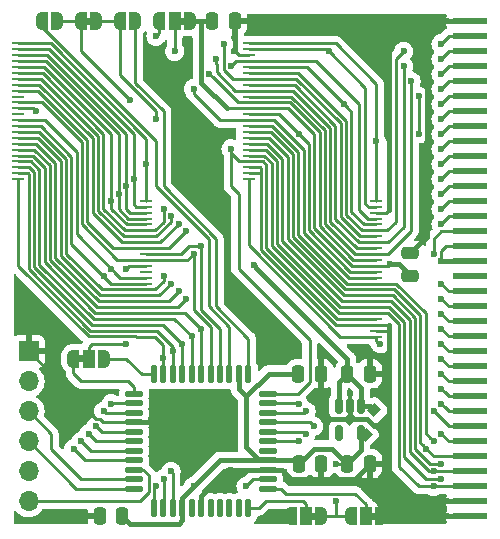
<source format=gtl>
G04 #@! TF.GenerationSoftware,KiCad,Pcbnew,6.0.8-f2edbf62ab~116~ubuntu22.04.1*
G04 #@! TF.CreationDate,2022-10-13T11:13:52+02:00*
G04 #@! TF.ProjectId,PCMCIA_SRAM,50434d43-4941-45f5-9352-414d2e6b6963,v1.0*
G04 #@! TF.SameCoordinates,Original*
G04 #@! TF.FileFunction,Copper,L1,Top*
G04 #@! TF.FilePolarity,Positive*
%FSLAX46Y46*%
G04 Gerber Fmt 4.6, Leading zero omitted, Abs format (unit mm)*
G04 Created by KiCad (PCBNEW 6.0.8-f2edbf62ab~116~ubuntu22.04.1) date 2022-10-13 11:13:52*
%MOMM*%
%LPD*%
G01*
G04 APERTURE LIST*
G04 Aperture macros list*
%AMRoundRect*
0 Rectangle with rounded corners*
0 $1 Rounding radius*
0 $2 $3 $4 $5 $6 $7 $8 $9 X,Y pos of 4 corners*
0 Add a 4 corners polygon primitive as box body*
4,1,4,$2,$3,$4,$5,$6,$7,$8,$9,$2,$3,0*
0 Add four circle primitives for the rounded corners*
1,1,$1+$1,$2,$3*
1,1,$1+$1,$4,$5*
1,1,$1+$1,$6,$7*
1,1,$1+$1,$8,$9*
0 Add four rect primitives between the rounded corners*
20,1,$1+$1,$2,$3,$4,$5,0*
20,1,$1+$1,$4,$5,$6,$7,0*
20,1,$1+$1,$6,$7,$8,$9,0*
20,1,$1+$1,$8,$9,$2,$3,0*%
%AMRotRect*
0 Rectangle, with rotation*
0 The origin of the aperture is its center*
0 $1 length*
0 $2 width*
0 $3 Rotation angle, in degrees counterclockwise*
0 Add horizontal line*
21,1,$1,$2,0,0,$3*%
%AMFreePoly0*
4,1,22,0.500000,-0.750000,0.000000,-0.750000,0.000000,-0.745033,-0.079941,-0.743568,-0.215256,-0.701293,-0.333266,-0.622738,-0.424486,-0.514219,-0.481581,-0.384460,-0.499164,-0.250000,-0.500000,-0.250000,-0.500000,0.250000,-0.499164,0.250000,-0.499963,0.256109,-0.478152,0.396186,-0.417904,0.524511,-0.324060,0.630769,-0.204165,0.706417,-0.067858,0.745374,0.000000,0.744959,0.000000,0.750000,
0.500000,0.750000,0.500000,-0.750000,0.500000,-0.750000,$1*%
%AMFreePoly1*
4,1,20,0.000000,0.744959,0.073905,0.744508,0.209726,0.703889,0.328688,0.626782,0.421226,0.519385,0.479903,0.390333,0.500000,0.250000,0.500000,-0.250000,0.499851,-0.262216,0.476331,-0.402017,0.414519,-0.529596,0.319384,-0.634700,0.198574,-0.708877,0.061801,-0.746166,0.000000,-0.745033,0.000000,-0.750000,-0.500000,-0.750000,-0.500000,0.750000,0.000000,0.750000,0.000000,0.744959,
0.000000,0.744959,$1*%
%AMFreePoly2*
4,1,22,0.550000,-0.750000,0.000000,-0.750000,0.000000,-0.745033,-0.079941,-0.743568,-0.215256,-0.701293,-0.333266,-0.622738,-0.424486,-0.514219,-0.481581,-0.384460,-0.499164,-0.250000,-0.500000,-0.250000,-0.500000,0.250000,-0.499164,0.250000,-0.499963,0.256109,-0.478152,0.396186,-0.417904,0.524511,-0.324060,0.630769,-0.204165,0.706417,-0.067858,0.745374,0.000000,0.744959,0.000000,0.750000,
0.550000,0.750000,0.550000,-0.750000,0.550000,-0.750000,$1*%
%AMFreePoly3*
4,1,20,0.000000,0.744959,0.073905,0.744508,0.209726,0.703889,0.328688,0.626782,0.421226,0.519385,0.479903,0.390333,0.500000,0.250000,0.500000,-0.250000,0.499851,-0.262216,0.476331,-0.402017,0.414519,-0.529596,0.319384,-0.634700,0.198574,-0.708877,0.061801,-0.746166,0.000000,-0.745033,0.000000,-0.750000,-0.550000,-0.750000,-0.550000,0.750000,0.000000,0.750000,0.000000,0.744959,
0.000000,0.744959,$1*%
G04 Aperture macros list end*
G04 #@! TA.AperFunction,SMDPad,CuDef*
%ADD10RotRect,0.900000X0.800000X45.000000*%
G04 #@! TD*
G04 #@! TA.AperFunction,SMDPad,CuDef*
%ADD11R,3.000000X0.600000*%
G04 #@! TD*
G04 #@! TA.AperFunction,SMDPad,CuDef*
%ADD12FreePoly0,180.000000*%
G04 #@! TD*
G04 #@! TA.AperFunction,SMDPad,CuDef*
%ADD13FreePoly1,180.000000*%
G04 #@! TD*
G04 #@! TA.AperFunction,SMDPad,CuDef*
%ADD14FreePoly0,0.000000*%
G04 #@! TD*
G04 #@! TA.AperFunction,SMDPad,CuDef*
%ADD15FreePoly1,0.000000*%
G04 #@! TD*
G04 #@! TA.AperFunction,SMDPad,CuDef*
%ADD16FreePoly2,0.000000*%
G04 #@! TD*
G04 #@! TA.AperFunction,SMDPad,CuDef*
%ADD17R,1.000000X1.500000*%
G04 #@! TD*
G04 #@! TA.AperFunction,SMDPad,CuDef*
%ADD18FreePoly3,0.000000*%
G04 #@! TD*
G04 #@! TA.AperFunction,SMDPad,CuDef*
%ADD19FreePoly2,180.000000*%
G04 #@! TD*
G04 #@! TA.AperFunction,SMDPad,CuDef*
%ADD20FreePoly3,180.000000*%
G04 #@! TD*
G04 #@! TA.AperFunction,SMDPad,CuDef*
%ADD21R,1.100000X0.250000*%
G04 #@! TD*
G04 #@! TA.AperFunction,SMDPad,CuDef*
%ADD22RoundRect,0.137500X-0.600000X-0.137500X0.600000X-0.137500X0.600000X0.137500X-0.600000X0.137500X0*%
G04 #@! TD*
G04 #@! TA.AperFunction,SMDPad,CuDef*
%ADD23RoundRect,0.137500X-0.137500X-0.600000X0.137500X-0.600000X0.137500X0.600000X-0.137500X0.600000X0*%
G04 #@! TD*
G04 #@! TA.AperFunction,SMDPad,CuDef*
%ADD24RoundRect,0.150000X-0.150000X0.512500X-0.150000X-0.512500X0.150000X-0.512500X0.150000X0.512500X0*%
G04 #@! TD*
G04 #@! TA.AperFunction,ComponentPad*
%ADD25R,1.700000X1.700000*%
G04 #@! TD*
G04 #@! TA.AperFunction,ComponentPad*
%ADD26O,1.700000X1.700000*%
G04 #@! TD*
G04 #@! TA.AperFunction,SMDPad,CuDef*
%ADD27RoundRect,0.250000X-0.250000X-0.475000X0.250000X-0.475000X0.250000X0.475000X-0.250000X0.475000X0*%
G04 #@! TD*
G04 #@! TA.AperFunction,SMDPad,CuDef*
%ADD28RoundRect,0.250000X0.250000X0.475000X-0.250000X0.475000X-0.250000X-0.475000X0.250000X-0.475000X0*%
G04 #@! TD*
G04 #@! TA.AperFunction,SMDPad,CuDef*
%ADD29RoundRect,0.250000X0.475000X-0.250000X0.475000X0.250000X-0.475000X0.250000X-0.475000X-0.250000X0*%
G04 #@! TD*
G04 #@! TA.AperFunction,ViaPad*
%ADD30C,0.600000*%
G04 #@! TD*
G04 #@! TA.AperFunction,Conductor*
%ADD31C,0.250000*%
G04 #@! TD*
G04 #@! TA.AperFunction,Conductor*
%ADD32C,0.400000*%
G04 #@! TD*
G04 APERTURE END LIST*
G36*
X172970000Y-82850000D02*
G01*
X172470000Y-82850000D01*
X172470000Y-82250000D01*
X172970000Y-82250000D01*
X172970000Y-82850000D01*
G37*
G36*
X172320000Y-111425000D02*
G01*
X171820000Y-111425000D01*
X171820000Y-110825000D01*
X172320000Y-110825000D01*
X172320000Y-111425000D01*
G37*
G36*
X192035000Y-124760000D02*
G01*
X191535000Y-124760000D01*
X191535000Y-124160000D01*
X192035000Y-124160000D01*
X192035000Y-124760000D01*
G37*
G36*
X197115000Y-124760000D02*
G01*
X196615000Y-124760000D01*
X196615000Y-124160000D01*
X197115000Y-124160000D01*
X197115000Y-124760000D01*
G37*
G36*
X180922500Y-82850000D02*
G01*
X180422500Y-82850000D01*
X180422500Y-82250000D01*
X180922500Y-82250000D01*
X180922500Y-82850000D01*
G37*
D10*
X194836142Y-116240355D03*
X196179645Y-117583858D03*
X196922107Y-115497893D03*
D11*
X205025000Y-124465000D03*
X205025000Y-123195000D03*
X205025000Y-121925000D03*
X205025000Y-120655000D03*
X205025000Y-119385000D03*
X205025000Y-118115000D03*
X205025000Y-116845000D03*
X205025000Y-115575000D03*
X205025000Y-114305000D03*
X205025000Y-113035000D03*
X205025000Y-111765000D03*
X205025000Y-110495000D03*
X205025000Y-109225000D03*
X205025000Y-107955000D03*
X205025000Y-106685000D03*
X205025000Y-105415000D03*
X205025000Y-104145000D03*
X205025000Y-102875000D03*
X205025000Y-101605000D03*
X205025000Y-100335000D03*
X205025000Y-99065000D03*
X205025000Y-97795000D03*
X205025000Y-96525000D03*
X205025000Y-95255000D03*
X205025000Y-93985000D03*
X205025000Y-92715000D03*
X205025000Y-91445000D03*
X205025000Y-90175000D03*
X205025000Y-88905000D03*
X205025000Y-87635000D03*
X205025000Y-86365000D03*
X205025000Y-85095000D03*
X205025000Y-83825000D03*
X205025000Y-82555000D03*
D12*
X170068000Y-82550000D03*
D13*
X168768000Y-82550000D03*
D12*
X173370000Y-82550000D03*
D13*
X172070000Y-82550000D03*
D14*
X175372000Y-82550000D03*
D15*
X176672000Y-82550000D03*
D16*
X171420000Y-111125000D03*
D17*
X172720000Y-111125000D03*
D18*
X174020000Y-111125000D03*
D19*
X192435000Y-124460000D03*
D17*
X191135000Y-124460000D03*
D20*
X189835000Y-124460000D03*
D19*
X197515000Y-124460000D03*
D17*
X196215000Y-124460000D03*
D20*
X194915000Y-124460000D03*
D19*
X181322500Y-82550000D03*
D17*
X180022500Y-82550000D03*
D20*
X178722500Y-82550000D03*
D21*
X166780000Y-84420000D03*
X166780000Y-84920000D03*
X166780000Y-85420000D03*
X166780000Y-85920000D03*
X166780000Y-86420000D03*
X166780000Y-86920000D03*
X166780000Y-87420000D03*
X166780000Y-87920000D03*
X166780000Y-88420000D03*
X166780000Y-88920000D03*
X166780000Y-89420000D03*
X166780000Y-89920000D03*
X166780000Y-90420000D03*
X166780000Y-90920000D03*
X166780000Y-91420000D03*
X166780000Y-91920000D03*
X166780000Y-92420000D03*
X166780000Y-92920000D03*
X166780000Y-93420000D03*
X166780000Y-93920000D03*
X166780000Y-94420000D03*
X166780000Y-94920000D03*
X166780000Y-95420000D03*
X166780000Y-95920000D03*
X186280000Y-95920000D03*
X186280000Y-95420000D03*
X186280000Y-94920000D03*
X186280000Y-94420000D03*
X186280000Y-93920000D03*
X186280000Y-93420000D03*
X186280000Y-92920000D03*
X186280000Y-92420000D03*
X186280000Y-91920000D03*
X186280000Y-91420000D03*
X186280000Y-90920000D03*
X186280000Y-90420000D03*
X186280000Y-89920000D03*
X186280000Y-89420000D03*
X186280000Y-88920000D03*
X186280000Y-88420000D03*
X186280000Y-87920000D03*
X186280000Y-87420000D03*
X186280000Y-86920000D03*
X186280000Y-86420000D03*
X186280000Y-85920000D03*
X186280000Y-85420000D03*
X186280000Y-84920000D03*
X186280000Y-84420000D03*
X177575000Y-97755000D03*
X177575000Y-98255000D03*
X177575000Y-98755000D03*
X177575000Y-99255000D03*
X177575000Y-99755000D03*
X177575000Y-100255000D03*
X177575000Y-100755000D03*
X177575000Y-101255000D03*
X177575000Y-101755000D03*
X177575000Y-102255000D03*
X177575000Y-102755000D03*
X177575000Y-103255000D03*
X177575000Y-103755000D03*
X177575000Y-104255000D03*
X177575000Y-104755000D03*
X177575000Y-105255000D03*
X177575000Y-105755000D03*
X177575000Y-106255000D03*
X177575000Y-106755000D03*
X177575000Y-107255000D03*
X177575000Y-107755000D03*
X177575000Y-108255000D03*
X177575000Y-108755000D03*
X177575000Y-109255000D03*
X197075000Y-109255000D03*
X197075000Y-108755000D03*
X197075000Y-108255000D03*
X197075000Y-107755000D03*
X197075000Y-107255000D03*
X197075000Y-106755000D03*
X197075000Y-106255000D03*
X197075000Y-105755000D03*
X197075000Y-105255000D03*
X197075000Y-104755000D03*
X197075000Y-104255000D03*
X197075000Y-103755000D03*
X197075000Y-103255000D03*
X197075000Y-102755000D03*
X197075000Y-102255000D03*
X197075000Y-101755000D03*
X197075000Y-101255000D03*
X197075000Y-100755000D03*
X197075000Y-100255000D03*
X197075000Y-99755000D03*
X197075000Y-99255000D03*
X197075000Y-98755000D03*
X197075000Y-98255000D03*
X197075000Y-97755000D03*
D22*
X176582500Y-114110000D03*
X176582500Y-114910000D03*
X176582500Y-115710000D03*
X176582500Y-116510000D03*
X176582500Y-117310000D03*
X176582500Y-118110000D03*
X176582500Y-118910000D03*
X176582500Y-119710000D03*
X176582500Y-120510000D03*
X176582500Y-121310000D03*
X176582500Y-122110000D03*
D23*
X178245000Y-123772500D03*
X179045000Y-123772500D03*
X179845000Y-123772500D03*
X180645000Y-123772500D03*
X181445000Y-123772500D03*
X182245000Y-123772500D03*
X183045000Y-123772500D03*
X183845000Y-123772500D03*
X184645000Y-123772500D03*
X185445000Y-123772500D03*
X186245000Y-123772500D03*
D22*
X187907500Y-122110000D03*
X187907500Y-121310000D03*
X187907500Y-120510000D03*
X187907500Y-119710000D03*
X187907500Y-118910000D03*
X187907500Y-118110000D03*
X187907500Y-117310000D03*
X187907500Y-116510000D03*
X187907500Y-115710000D03*
X187907500Y-114910000D03*
X187907500Y-114110000D03*
D23*
X186245000Y-112447500D03*
X185445000Y-112447500D03*
X184645000Y-112447500D03*
X183845000Y-112447500D03*
X183045000Y-112447500D03*
X182245000Y-112447500D03*
X181445000Y-112447500D03*
X180645000Y-112447500D03*
X179845000Y-112447500D03*
X179045000Y-112447500D03*
X178245000Y-112447500D03*
D24*
X195818800Y-115092900D03*
X194868800Y-115092900D03*
X193918800Y-115092900D03*
X193918800Y-117367900D03*
X195818800Y-117367900D03*
D25*
X167640000Y-110490000D03*
D26*
X167640000Y-113030000D03*
X167640000Y-115570000D03*
X167640000Y-118110000D03*
X167640000Y-120650000D03*
X167640000Y-123190000D03*
D27*
X190487500Y-112395000D03*
X192387500Y-112395000D03*
X190517500Y-120015000D03*
X192417500Y-120015000D03*
D28*
X175575000Y-124460000D03*
X173675000Y-124460000D03*
D27*
X183200000Y-82550000D03*
X185100000Y-82550000D03*
D29*
X199961500Y-104074000D03*
X199961500Y-102174000D03*
D27*
X194630000Y-120015000D03*
X196530000Y-120015000D03*
X194630000Y-112395000D03*
X196530000Y-112395000D03*
D30*
X172085000Y-124460000D03*
X184770000Y-120510000D03*
X188595000Y-124460000D03*
X198755000Y-124460000D03*
X192405000Y-121285000D03*
X182245000Y-118110000D03*
X202565000Y-124460000D03*
X202570000Y-123195000D03*
X202565000Y-82550000D03*
X186690000Y-107315000D03*
X192405000Y-113665000D03*
X200977500Y-100965000D03*
X186690000Y-103187500D03*
X198278936Y-103098436D03*
X202565000Y-102870000D03*
X193675000Y-120015000D03*
X193675000Y-123190000D03*
X181610000Y-121920000D03*
X179705000Y-120650000D03*
X184150000Y-84458607D03*
X202565000Y-84455000D03*
X171450000Y-118745000D03*
X183515000Y-85725000D03*
X202565000Y-85725000D03*
X172085000Y-118110000D03*
X182945010Y-86992000D03*
X202565000Y-86995000D03*
X172720000Y-117475008D03*
X181610000Y-88265000D03*
X202565000Y-88265000D03*
X194310000Y-89535000D03*
X173355000Y-116840000D03*
X202565000Y-89535000D03*
X173990000Y-104140000D03*
X173990000Y-115570000D03*
X202565000Y-90805000D03*
X197075000Y-92710000D03*
X202565000Y-92075000D03*
X184785000Y-93345000D03*
X202565000Y-93345000D03*
X177575000Y-94615000D03*
X202565000Y-94615000D03*
X176530000Y-95885000D03*
X202565000Y-95885000D03*
X175260000Y-97155000D03*
X202565000Y-97155000D03*
X179070000Y-98425000D03*
X202565000Y-98425000D03*
X180340000Y-99695000D03*
X202565000Y-99695000D03*
X181610000Y-102235000D03*
X201930000Y-102235000D03*
X179070000Y-104140000D03*
X202565000Y-104775000D03*
X179705000Y-104775000D03*
X202565000Y-106045000D03*
X180340000Y-105410000D03*
X202565000Y-107315000D03*
X180975000Y-106045000D03*
X202565000Y-108585000D03*
X197419990Y-109855000D03*
X202565000Y-109855000D03*
X182245000Y-108585000D03*
X202565000Y-111125000D03*
X181445000Y-109220000D03*
X202565000Y-112395000D03*
X180645000Y-109855000D03*
X202565000Y-113665000D03*
X179845000Y-110474990D03*
X202565000Y-114935000D03*
X179045000Y-111100000D03*
X201930000Y-115570000D03*
X202565000Y-117475000D03*
X191135000Y-115570000D03*
X201295000Y-118745000D03*
X191770000Y-116840000D03*
X191135000Y-117475000D03*
X201930000Y-120650000D03*
X190500000Y-118110000D03*
X201930000Y-121925000D03*
X199390000Y-85090000D03*
X199390000Y-86360000D03*
X200025000Y-87630000D03*
X190500000Y-92075000D03*
X200660000Y-88900000D03*
X200660000Y-92075000D03*
X178435000Y-90805000D03*
X174625000Y-103505000D03*
X174625000Y-114935000D03*
X175890000Y-96525000D03*
X174620000Y-97795000D03*
X179700000Y-99065000D03*
X180970000Y-100335000D03*
X182245000Y-101600000D03*
X190500000Y-114935000D03*
X201930000Y-118110000D03*
X202565000Y-120015000D03*
X202565000Y-121285000D03*
X186055000Y-121920000D03*
X184785000Y-86360000D03*
X176212500Y-89217500D03*
X175895000Y-103505000D03*
X175895010Y-109855000D03*
X168275000Y-90170000D03*
X178435008Y-121920000D03*
X180022500Y-85090000D03*
X193040705Y-85089295D03*
X179070000Y-121285000D03*
X178435000Y-83820000D03*
D31*
X197875000Y-98755000D02*
X198120000Y-98510000D01*
X197075000Y-98755000D02*
X197875000Y-98755000D01*
D32*
X198120000Y-98510000D02*
X198120000Y-82550000D01*
X173687500Y-124460000D02*
X172085000Y-124460000D01*
X184770000Y-120510000D02*
X187170000Y-120510000D01*
X187170000Y-120510000D02*
X187907500Y-120510000D01*
D31*
X189835000Y-124460000D02*
X188595000Y-124460000D01*
X197515000Y-124460000D02*
X198755000Y-124460000D01*
X176582500Y-116510000D02*
X173950004Y-116510000D01*
X173655002Y-116214998D02*
X173364998Y-116214998D01*
X173364998Y-116214998D02*
X167640000Y-110490000D01*
X173950004Y-116510000D02*
X173655002Y-116214998D01*
X185480000Y-85420000D02*
X186280000Y-85420000D01*
D32*
X185087500Y-82550000D02*
X185087500Y-85027500D01*
D31*
X185087500Y-85027500D02*
X185480000Y-85420000D01*
D32*
X198120000Y-82550000D02*
X198125000Y-82555000D01*
X185087500Y-82550000D02*
X198120000Y-82550000D01*
D31*
X196275000Y-108255000D02*
X197075000Y-108255000D01*
X187248209Y-94920000D02*
X187325000Y-94996791D01*
X186280000Y-94920000D02*
X187248209Y-94920000D01*
X187325000Y-94996791D02*
X187325000Y-101939967D01*
X187325000Y-101939967D02*
X193640033Y-108255000D01*
X193640033Y-108255000D02*
X196275000Y-108255000D01*
X187248209Y-95420000D02*
X186280000Y-95420000D01*
X187325000Y-95496791D02*
X187248209Y-95420000D01*
D32*
X192405000Y-120015000D02*
X192405000Y-121285000D01*
X189865000Y-121285000D02*
X192405000Y-121285000D01*
X187907500Y-120510000D02*
X189090000Y-120510000D01*
X189090000Y-120510000D02*
X189865000Y-121285000D01*
X195247500Y-121285000D02*
X196517500Y-120015000D01*
X192405000Y-121285000D02*
X195247500Y-121285000D01*
X176582500Y-116510000D02*
X180645000Y-116510000D01*
X180645000Y-116510000D02*
X181945001Y-117810001D01*
X181945001Y-117810001D02*
X182245000Y-118110000D01*
D31*
X197075000Y-108255000D02*
X198120000Y-108255000D01*
X197950000Y-108755000D02*
X198120000Y-108585000D01*
X197075000Y-108755000D02*
X197950000Y-108755000D01*
D32*
X196517500Y-112395000D02*
X198120000Y-112395000D01*
X198120000Y-112395000D02*
X198120000Y-116205000D01*
X196517500Y-120015000D02*
X198120000Y-120015000D01*
X201300000Y-82555000D02*
X198125000Y-82555000D01*
X202140736Y-82550000D02*
X202565000Y-82550000D01*
X201300000Y-82555000D02*
X201305000Y-82550000D01*
X201305000Y-82550000D02*
X202140736Y-82550000D01*
X200447027Y-101700973D02*
X199961500Y-102186500D01*
X201360001Y-100787999D02*
X200447027Y-101700973D01*
X201300000Y-82555000D02*
X201360001Y-82615001D01*
X201360001Y-82615001D02*
X201360001Y-100787999D01*
X192375000Y-113635000D02*
X192405000Y-113665000D01*
X192375000Y-112395000D02*
X192375000Y-113635000D01*
X198183500Y-112331500D02*
X198120000Y-112395000D01*
X198120000Y-108255000D02*
X198183500Y-108318500D01*
X198183500Y-108318500D02*
X198183500Y-112331500D01*
X194868800Y-116207697D02*
X194836142Y-116240355D01*
X194868800Y-115130400D02*
X194868800Y-116207697D01*
X196903402Y-116840000D02*
X198120000Y-116840000D01*
X196303757Y-116240355D02*
X196903402Y-116840000D01*
X194836142Y-116240355D02*
X196303757Y-116240355D01*
X198120000Y-116205000D02*
X198120000Y-116840000D01*
X184480500Y-120510000D02*
X184770000Y-120510000D01*
X182245000Y-122745500D02*
X184480500Y-120510000D01*
X182245000Y-123772500D02*
X182245000Y-122745500D01*
X194836142Y-116240355D02*
X193075355Y-116240355D01*
X192405000Y-115570000D02*
X192405000Y-113665000D01*
X193075355Y-116240355D02*
X192405000Y-115570000D01*
X202570000Y-124465000D02*
X202565000Y-124460000D01*
X205025000Y-124465000D02*
X202570000Y-124465000D01*
X198760000Y-123195000D02*
X205025000Y-123195000D01*
X198120000Y-122555000D02*
X198760000Y-123195000D01*
X198120000Y-116840000D02*
X198120000Y-122555000D01*
X202570000Y-82555000D02*
X202565000Y-82550000D01*
X205105000Y-82555000D02*
X202570000Y-82555000D01*
D31*
X197075000Y-103255000D02*
X198122372Y-103255000D01*
X198122372Y-103255000D02*
X198278936Y-103098436D01*
D32*
X186989999Y-103487499D02*
X186690000Y-103187500D01*
X194642500Y-112395000D02*
X194642500Y-111140000D01*
X194642500Y-111140000D02*
X186989999Y-103487499D01*
X183212500Y-82550000D02*
X182245000Y-82550000D01*
X182245000Y-82550000D02*
X181322500Y-82550000D01*
D31*
X187080000Y-89920000D02*
X186280000Y-89920000D01*
X191825110Y-100075977D02*
X191825110Y-92128699D01*
X191825110Y-92128699D02*
X189616411Y-89920000D01*
X189616411Y-89920000D02*
X187080000Y-89920000D01*
X195004133Y-103255000D02*
X191825110Y-100075977D01*
X197075000Y-103255000D02*
X195004133Y-103255000D01*
D32*
X182245000Y-83820000D02*
X182245000Y-82550000D01*
X184400000Y-89920000D02*
X182245000Y-87765000D01*
X182245000Y-87765000D02*
X182245000Y-83820000D01*
D31*
X186280000Y-89920000D02*
X184400000Y-89920000D01*
D32*
X198998436Y-103098436D02*
X199961500Y-104061500D01*
X198278936Y-103098436D02*
X198998436Y-103098436D01*
X195818800Y-113571300D02*
X194642500Y-112395000D01*
X195818800Y-115130400D02*
X195818800Y-113571300D01*
X193918800Y-113118700D02*
X194642500Y-112395000D01*
X193918800Y-115130400D02*
X193918800Y-113118700D01*
X196554614Y-115130400D02*
X196922107Y-115497893D01*
X195818800Y-115130400D02*
X196554614Y-115130400D01*
X202570000Y-102875000D02*
X202565000Y-102870000D01*
X205025000Y-102875000D02*
X202570000Y-102875000D01*
D31*
X202565000Y-101981000D02*
X202565000Y-102870000D01*
X202941000Y-101605000D02*
X202565000Y-101981000D01*
X205025000Y-101605000D02*
X202941000Y-101605000D01*
X187170000Y-119710000D02*
X187907500Y-119710000D01*
X193675000Y-124460000D02*
X193675000Y-123190000D01*
X193675000Y-120015000D02*
X194642500Y-120015000D01*
X193675000Y-124460000D02*
X192435000Y-124460000D01*
X194915000Y-124460000D02*
X193675000Y-124460000D01*
D32*
X190225000Y-119710000D02*
X190530000Y-120015000D01*
X187907500Y-119710000D02*
X190225000Y-119710000D01*
X191015527Y-119529473D02*
X190530000Y-120015000D01*
X191800000Y-118745000D02*
X191015527Y-119529473D01*
X194642500Y-120015000D02*
X193372500Y-118745000D01*
X193372500Y-118745000D02*
X191800000Y-118745000D01*
X183820000Y-119710000D02*
X187170000Y-119710000D01*
X180645000Y-123772500D02*
X180645000Y-122885000D01*
X180645000Y-122885000D02*
X183820000Y-119710000D01*
X176197500Y-125095000D02*
X175562500Y-124460000D01*
X180645000Y-124790000D02*
X180340000Y-125095000D01*
X180645000Y-123772500D02*
X180645000Y-124790000D01*
X180340000Y-125095000D02*
X176197500Y-125095000D01*
X187960000Y-112395000D02*
X190500000Y-112395000D01*
X186055000Y-115570000D02*
X186055000Y-114300000D01*
X186055000Y-114300000D02*
X187960000Y-112395000D01*
X186055000Y-118595000D02*
X187170000Y-119710000D01*
X186055000Y-114300000D02*
X186055000Y-118595000D01*
X185445000Y-112447500D02*
X185445000Y-113690000D01*
X185445000Y-113690000D02*
X186055000Y-114300000D01*
X195818800Y-118838700D02*
X194642500Y-120015000D01*
X195818800Y-117330400D02*
X195818800Y-118838700D01*
X195926187Y-117330400D02*
X196179645Y-117583858D01*
X195818800Y-117330400D02*
X195926187Y-117330400D01*
D31*
X179845000Y-120790000D02*
X179705000Y-120650000D01*
X179845000Y-123772500D02*
X179845000Y-120790000D01*
X184150000Y-86650002D02*
X184150000Y-84882871D01*
X184150000Y-84882871D02*
X184150000Y-84458607D01*
X184919998Y-87420000D02*
X184150000Y-86650002D01*
X186280000Y-87420000D02*
X184919998Y-87420000D01*
X187080000Y-87420000D02*
X186280000Y-87420000D01*
X190298466Y-87420000D02*
X187080000Y-87420000D01*
X197075000Y-100755000D02*
X195729356Y-100755000D01*
X195729356Y-100755000D02*
X194075165Y-99100809D01*
X194075165Y-91196699D02*
X190298466Y-87420000D01*
X194075165Y-99100809D02*
X194075165Y-91196699D01*
X203195000Y-83825000D02*
X202565000Y-84455000D01*
X205025000Y-83825000D02*
X203195000Y-83825000D01*
X176582500Y-119710000D02*
X172415000Y-119710000D01*
X172415000Y-119710000D02*
X171450000Y-118745000D01*
X187080000Y-88420000D02*
X186280000Y-88420000D01*
X193175143Y-99516780D02*
X193175143Y-91569499D01*
X193175143Y-91569499D02*
X190025644Y-88420000D01*
X190025644Y-88420000D02*
X187080000Y-88420000D01*
X197075000Y-101755000D02*
X195413363Y-101755000D01*
X195413363Y-101755000D02*
X193175143Y-99516780D01*
X183515000Y-86149264D02*
X183515000Y-85725000D01*
X186280000Y-88420000D02*
X185150736Y-88420000D01*
X183570011Y-86204275D02*
X183515000Y-86149264D01*
X183570011Y-86839275D02*
X183570011Y-86204275D01*
X185150736Y-88420000D02*
X183570011Y-86839275D01*
X202864999Y-85425001D02*
X202565000Y-85725000D01*
X203195000Y-85095000D02*
X202864999Y-85425001D01*
X205025000Y-85095000D02*
X203195000Y-85095000D01*
X176582500Y-118910000D02*
X172885000Y-118910000D01*
X172885000Y-118910000D02*
X172085000Y-118110000D01*
X195140543Y-102755000D02*
X192275121Y-99889578D01*
X192275121Y-99889578D02*
X192275121Y-91942299D01*
X187080000Y-89420000D02*
X186280000Y-89420000D01*
X192275121Y-91942299D02*
X189752822Y-89420000D01*
X189752822Y-89420000D02*
X187080000Y-89420000D01*
X197075000Y-102755000D02*
X195140543Y-102755000D01*
X185373010Y-89420000D02*
X183245009Y-87291999D01*
X183245009Y-87291999D02*
X182945010Y-86992000D01*
X186280000Y-89420000D02*
X185373010Y-89420000D01*
X203195000Y-86365000D02*
X202565000Y-86995000D01*
X205025000Y-86365000D02*
X203195000Y-86365000D01*
X173354992Y-118110000D02*
X172720000Y-117475008D01*
X176582500Y-118110000D02*
X173354992Y-118110000D01*
X181610000Y-88689264D02*
X181610000Y-88265000D01*
X186280000Y-90920000D02*
X183840736Y-90920000D01*
X183840736Y-90920000D02*
X181610000Y-88689264D01*
X194731313Y-104255000D02*
X190925088Y-100448775D01*
X197075000Y-104255000D02*
X194731313Y-104255000D01*
X187080000Y-90920000D02*
X186280000Y-90920000D01*
X188402377Y-90920000D02*
X187080000Y-90920000D01*
X190925088Y-93442711D02*
X188402377Y-90920000D01*
X190925088Y-100448775D02*
X190925088Y-93442711D01*
X203195000Y-87635000D02*
X202565000Y-88265000D01*
X205025000Y-87635000D02*
X203195000Y-87635000D01*
X186280000Y-86420000D02*
X191195000Y-86420000D01*
X194010001Y-89235001D02*
X194310000Y-89535000D01*
X191195000Y-86420000D02*
X194010001Y-89235001D01*
X176582500Y-117310000D02*
X173825000Y-117310000D01*
X173825000Y-117310000D02*
X173355000Y-116840000D01*
X197075000Y-99755000D02*
X196002178Y-99755000D01*
X196002178Y-99755000D02*
X194975187Y-98728009D01*
X194609999Y-89834999D02*
X194310000Y-89535000D01*
X194975187Y-98728009D02*
X194975187Y-90200187D01*
X194975187Y-90200187D02*
X194609999Y-89834999D01*
X203195000Y-88905000D02*
X202864999Y-89235001D01*
X202864999Y-89235001D02*
X202565000Y-89535000D01*
X205025000Y-88905000D02*
X203195000Y-88905000D01*
X171255089Y-101398747D02*
X171255089Y-94003801D01*
X171255089Y-94003801D02*
X168671288Y-91420000D01*
X168671288Y-91420000D02*
X167580000Y-91420000D01*
X177575000Y-104755000D02*
X174611342Y-104755000D01*
X167580000Y-91420000D02*
X166780000Y-91420000D01*
X174611342Y-104755000D02*
X171255089Y-101398747D01*
X176582500Y-115710000D02*
X174130000Y-115710000D01*
X174130000Y-115710000D02*
X173990000Y-115570000D01*
X202864999Y-90505001D02*
X202565000Y-90805000D01*
X203195000Y-90175000D02*
X202864999Y-90505001D01*
X205025000Y-90175000D02*
X203195000Y-90175000D01*
X187080000Y-84420000D02*
X186280000Y-84420000D01*
X193640000Y-84420000D02*
X187080000Y-84420000D01*
X197075000Y-97755000D02*
X197075000Y-87855000D01*
X197075000Y-87855000D02*
X193640000Y-84420000D01*
X202864999Y-91775001D02*
X202565000Y-92075000D01*
X203195000Y-91445000D02*
X202864999Y-91775001D01*
X205025000Y-91445000D02*
X203195000Y-91445000D01*
X186280000Y-94420000D02*
X185480000Y-94420000D01*
X184785000Y-93725000D02*
X184785000Y-93345000D01*
X185480000Y-94420000D02*
X184785000Y-93725000D01*
X197075000Y-107755000D02*
X193776443Y-107755000D01*
X187775011Y-101753568D02*
X187775011Y-94747511D01*
X193776443Y-107755000D02*
X187775011Y-101753568D01*
X187080000Y-94420000D02*
X186280000Y-94420000D01*
X187447500Y-94420000D02*
X187080000Y-94420000D01*
X187775011Y-94747511D02*
X187447500Y-94420000D01*
X189420000Y-114110000D02*
X187907500Y-114110000D01*
X190445010Y-114110000D02*
X189420000Y-114110000D01*
X185420000Y-97155000D02*
X185420000Y-103505000D01*
X184785000Y-93345000D02*
X184785000Y-96520000D01*
X184785000Y-96520000D02*
X185420000Y-97155000D01*
X191452500Y-109537500D02*
X191452500Y-113102510D01*
X185420000Y-103505000D02*
X191452500Y-109537500D01*
X191452500Y-113102510D02*
X190445010Y-114110000D01*
X202864999Y-93045001D02*
X202565000Y-93345000D01*
X203195000Y-92715000D02*
X202864999Y-93045001D01*
X205025000Y-92715000D02*
X203195000Y-92715000D01*
X177575000Y-97755000D02*
X177575000Y-94615000D01*
X169508590Y-84420000D02*
X177575000Y-92486410D01*
X177575000Y-92486410D02*
X177575000Y-94190736D01*
X166780000Y-84420000D02*
X169508590Y-84420000D01*
X177575000Y-94190736D02*
X177575000Y-94615000D01*
X202864999Y-94315001D02*
X202565000Y-94615000D01*
X203195000Y-93985000D02*
X202864999Y-94315001D01*
X205025000Y-93985000D02*
X203195000Y-93985000D01*
X176530000Y-98010000D02*
X176530000Y-92077820D01*
X177575000Y-98255000D02*
X176775000Y-98255000D01*
X176775000Y-98255000D02*
X176530000Y-98010000D01*
X176530000Y-92077820D02*
X169372180Y-84920000D01*
X169372180Y-84920000D02*
X167580000Y-84920000D01*
X167580000Y-84920000D02*
X166780000Y-84920000D01*
X202864999Y-95585001D02*
X202565000Y-95885000D01*
X203195000Y-95255000D02*
X202864999Y-95585001D01*
X205025000Y-95255000D02*
X203195000Y-95255000D01*
X176088589Y-99255000D02*
X175260000Y-98426411D01*
X169099360Y-85920000D02*
X167580000Y-85920000D01*
X175260000Y-98426411D02*
X175260000Y-92080640D01*
X177575000Y-99255000D02*
X176088589Y-99255000D01*
X167580000Y-85920000D02*
X166780000Y-85920000D01*
X175260000Y-92080640D02*
X169099360Y-85920000D01*
X202864999Y-96855001D02*
X202565000Y-97155000D01*
X203195000Y-96525000D02*
X202864999Y-96855001D01*
X205025000Y-96525000D02*
X203195000Y-96525000D01*
X179070000Y-98849264D02*
X179070000Y-98425000D01*
X179070000Y-99520002D02*
X179070000Y-98849264D01*
X178335002Y-100255000D02*
X179070000Y-99520002D01*
X177575000Y-100255000D02*
X178335002Y-100255000D01*
X173973467Y-92066927D02*
X168826540Y-86920000D01*
X175815767Y-100255000D02*
X173973467Y-98412700D01*
X168826540Y-86920000D02*
X167580000Y-86920000D01*
X177575000Y-100255000D02*
X175815767Y-100255000D01*
X167580000Y-86920000D02*
X166780000Y-86920000D01*
X173973467Y-98412700D02*
X173973467Y-92066927D01*
X203195000Y-97795000D02*
X202864999Y-98125001D01*
X202864999Y-98125001D02*
X202565000Y-98425000D01*
X205025000Y-97795000D02*
X203195000Y-97795000D01*
X178780000Y-101255000D02*
X180340000Y-99695000D01*
X177575000Y-101255000D02*
X178780000Y-101255000D01*
X167580000Y-87920000D02*
X166780000Y-87920000D01*
X173073445Y-92439725D02*
X168553720Y-87920000D01*
X168553720Y-87920000D02*
X167580000Y-87920000D01*
X173073445Y-98785500D02*
X173073445Y-92439725D01*
X177575000Y-101255000D02*
X175542945Y-101255000D01*
X175542945Y-101255000D02*
X173073445Y-98785500D01*
X202864999Y-99395001D02*
X202565000Y-99695000D01*
X203195000Y-99065000D02*
X202864999Y-99395001D01*
X205025000Y-99065000D02*
X203195000Y-99065000D01*
X177575000Y-102755000D02*
X181090000Y-102755000D01*
X181090000Y-102755000D02*
X181610000Y-102235000D01*
X183045000Y-108459996D02*
X183045000Y-111710000D01*
X183045000Y-111710000D02*
X183045000Y-112447500D01*
X181610000Y-102235000D02*
X181610000Y-107024996D01*
X181610000Y-107024996D02*
X183045000Y-108459996D01*
X172155108Y-99749598D02*
X172155108Y-92794208D01*
X168780900Y-89420000D02*
X167580000Y-89420000D01*
X175160510Y-102755000D02*
X172155108Y-99749598D01*
X172155108Y-92794208D02*
X168780900Y-89420000D01*
X177575000Y-102755000D02*
X175160510Y-102755000D01*
X167580000Y-89420000D02*
X166780000Y-89420000D01*
X201930000Y-100965000D02*
X201930000Y-102235000D01*
X201940000Y-100965000D02*
X201930000Y-100965000D01*
X202570000Y-100335000D02*
X201940000Y-100965000D01*
X205025000Y-100335000D02*
X202570000Y-100335000D01*
X178375000Y-105255000D02*
X179070000Y-104560000D01*
X179070000Y-104560000D02*
X179070000Y-104140000D01*
X177575000Y-105255000D02*
X178375000Y-105255000D01*
X168534877Y-91920000D02*
X167580000Y-91920000D01*
X170805078Y-102225078D02*
X170805078Y-94190201D01*
X177575000Y-105255000D02*
X173835000Y-105255000D01*
X173835000Y-105255000D02*
X170805078Y-102225078D01*
X167580000Y-91920000D02*
X166780000Y-91920000D01*
X170805078Y-94190201D02*
X168534877Y-91920000D01*
X203205000Y-105415000D02*
X202565000Y-104775000D01*
X205025000Y-105415000D02*
X203205000Y-105415000D01*
X177575000Y-105755000D02*
X178725000Y-105755000D01*
X178725000Y-105755000D02*
X179705000Y-104775000D01*
X170355067Y-94376601D02*
X168398466Y-92420000D01*
X170355067Y-102411478D02*
X170355067Y-94376601D01*
X167580000Y-92420000D02*
X166780000Y-92420000D01*
X168398466Y-92420000D02*
X167580000Y-92420000D01*
X173698589Y-105755000D02*
X170355067Y-102411478D01*
X177575000Y-105755000D02*
X173698589Y-105755000D01*
X203205000Y-106685000D02*
X202565000Y-106045000D01*
X205025000Y-106685000D02*
X203205000Y-106685000D01*
X177575000Y-106255000D02*
X179495000Y-106255000D01*
X179495000Y-106255000D02*
X180340000Y-105410000D01*
X177575000Y-106255000D02*
X173562178Y-106255000D01*
X173562178Y-106255000D02*
X169905056Y-102597878D01*
X168262055Y-92920000D02*
X167580000Y-92920000D01*
X167580000Y-92920000D02*
X166780000Y-92920000D01*
X169905056Y-94563001D02*
X168262055Y-92920000D01*
X169905056Y-102597878D02*
X169905056Y-94563001D01*
X203205000Y-107955000D02*
X202565000Y-107315000D01*
X205025000Y-107955000D02*
X203205000Y-107955000D01*
X177575000Y-106755000D02*
X180265000Y-106755000D01*
X180265000Y-106755000D02*
X180975000Y-106045000D01*
X167580000Y-93420000D02*
X166780000Y-93420000D01*
X169455045Y-94749401D02*
X168125644Y-93420000D01*
X169455045Y-102784278D02*
X169455045Y-94749401D01*
X177575000Y-106755000D02*
X173425767Y-106755000D01*
X168125644Y-93420000D02*
X167580000Y-93420000D01*
X173425767Y-106755000D02*
X169455045Y-102784278D01*
X203205000Y-109225000D02*
X202565000Y-108585000D01*
X205025000Y-109225000D02*
X203205000Y-109225000D01*
X194003623Y-109255000D02*
X186280000Y-101531377D01*
X197075000Y-109255000D02*
X194003623Y-109255000D01*
X186280000Y-101531377D02*
X186280000Y-96295000D01*
X186280000Y-96295000D02*
X186280000Y-95920000D01*
X197075000Y-109630000D02*
X197300000Y-109855000D01*
X197300000Y-109855000D02*
X197419990Y-109855000D01*
X197075000Y-109255000D02*
X197075000Y-109630000D01*
X203205000Y-110495000D02*
X202565000Y-109855000D01*
X205025000Y-110495000D02*
X203205000Y-110495000D01*
X169005034Y-102970678D02*
X169005034Y-94935801D01*
X177575000Y-107255000D02*
X173289356Y-107255000D01*
X173289356Y-107255000D02*
X169005034Y-102970678D01*
X167580000Y-93920000D02*
X166780000Y-93920000D01*
X167989233Y-93920000D02*
X167580000Y-93920000D01*
X169005034Y-94935801D02*
X167989233Y-93920000D01*
X182245000Y-109220000D02*
X182245000Y-109220000D01*
X180915000Y-107255000D02*
X182245000Y-108585000D01*
X182245000Y-112447500D02*
X182245000Y-108585000D01*
X177575000Y-107255000D02*
X180915000Y-107255000D01*
X203205000Y-111765000D02*
X202565000Y-111125000D01*
X205025000Y-111765000D02*
X203205000Y-111765000D01*
X168555023Y-103157078D02*
X168555023Y-95122201D01*
X177575000Y-107755000D02*
X173152945Y-107755000D01*
X173152945Y-107755000D02*
X168555023Y-103157078D01*
X167852822Y-94420000D02*
X167580000Y-94420000D01*
X168555023Y-95122201D02*
X167852822Y-94420000D01*
X167580000Y-94420000D02*
X166780000Y-94420000D01*
X177575000Y-107755000D02*
X179980000Y-107755000D01*
X181445000Y-112447500D02*
X181445000Y-109220000D01*
X179980000Y-107755000D02*
X181445000Y-109220000D01*
X203205000Y-113035000D02*
X202565000Y-112395000D01*
X205025000Y-113035000D02*
X203205000Y-113035000D01*
X168105012Y-95308601D02*
X167716411Y-94920000D01*
X177575000Y-108255000D02*
X173016534Y-108255000D01*
X167716411Y-94920000D02*
X167580000Y-94920000D01*
X173016534Y-108255000D02*
X168105012Y-103343478D01*
X167580000Y-94920000D02*
X166780000Y-94920000D01*
X168105012Y-103343478D02*
X168105012Y-95308601D01*
X180645000Y-112447500D02*
X180645000Y-109855000D01*
X177575000Y-108255000D02*
X179045000Y-108255000D01*
X179045000Y-108255000D02*
X180645000Y-109855000D01*
X202864999Y-113964999D02*
X202565000Y-113665000D01*
X203205000Y-114305000D02*
X202864999Y-113964999D01*
X205025000Y-114305000D02*
X203205000Y-114305000D01*
X167655001Y-103529878D02*
X167655001Y-95495001D01*
X177575000Y-108755000D02*
X172880123Y-108755000D01*
X167655001Y-95495001D02*
X167580000Y-95420000D01*
X167580000Y-95420000D02*
X166780000Y-95420000D01*
X172880123Y-108755000D02*
X167655001Y-103529878D01*
X179845000Y-111710000D02*
X179845000Y-112447500D01*
X179845000Y-110088590D02*
X179845000Y-111710000D01*
X178511410Y-108755000D02*
X179845000Y-110088590D01*
X177575000Y-108755000D02*
X178511410Y-108755000D01*
X202864999Y-115234999D02*
X202565000Y-114935000D01*
X203205000Y-115575000D02*
X202864999Y-115234999D01*
X205025000Y-115575000D02*
X203205000Y-115575000D01*
X179045000Y-111710000D02*
X179045000Y-112447500D01*
X179045000Y-109925000D02*
X179045000Y-111710000D01*
X178375000Y-109255000D02*
X179045000Y-109925000D01*
X177575000Y-109255000D02*
X178375000Y-109255000D01*
X176775000Y-109255000D02*
X176749999Y-109229999D01*
X166780000Y-96295000D02*
X166780000Y-95920000D01*
X166780000Y-103291288D02*
X166780000Y-96295000D01*
X176749999Y-109229999D02*
X172718711Y-109229999D01*
X177575000Y-109255000D02*
X176775000Y-109255000D01*
X172718711Y-109229999D02*
X166780000Y-103291288D01*
X203205000Y-116845000D02*
X201930000Y-115570000D01*
X205025000Y-116845000D02*
X203205000Y-116845000D01*
X190995000Y-115710000D02*
X191135000Y-115570000D01*
X187907500Y-115710000D02*
X190995000Y-115710000D01*
X203205000Y-118115000D02*
X202565000Y-117475000D01*
X205025000Y-118115000D02*
X203205000Y-118115000D01*
X197075000Y-105255000D02*
X194458493Y-105255000D01*
X190025066Y-100821573D02*
X190025066Y-93815511D01*
X190025066Y-93815511D02*
X188129555Y-91920000D01*
X187080000Y-91920000D02*
X186280000Y-91920000D01*
X188129555Y-91920000D02*
X187080000Y-91920000D01*
X194458493Y-105255000D02*
X190025066Y-100821573D01*
X191440000Y-116510000D02*
X191770000Y-116840000D01*
X187907500Y-116510000D02*
X191440000Y-116510000D01*
X200995001Y-118445001D02*
X201295000Y-118745000D01*
X197075000Y-105255000D02*
X198605644Y-105255000D01*
X200809044Y-118259044D02*
X200995001Y-118445001D01*
X198605644Y-105255000D02*
X200809044Y-107458400D01*
X200809044Y-107458400D02*
X200809044Y-118259044D01*
X201935000Y-119385000D02*
X201295000Y-118745000D01*
X205025000Y-119385000D02*
X201935000Y-119385000D01*
X187907500Y-117310000D02*
X190970000Y-117310000D01*
X190970000Y-117310000D02*
X191135000Y-117475000D01*
X187080000Y-92920000D02*
X186280000Y-92920000D01*
X189125044Y-101194371D02*
X189125044Y-94188311D01*
X187856733Y-92920000D02*
X187080000Y-92920000D01*
X189125044Y-94188311D02*
X187856733Y-92920000D01*
X197075000Y-106255000D02*
X194185673Y-106255000D01*
X194185673Y-106255000D02*
X189125044Y-101194371D01*
X197075000Y-106255000D02*
X198332822Y-106255000D01*
X201505736Y-120650000D02*
X201930000Y-120650000D01*
X198332822Y-106255000D02*
X199909022Y-107831200D01*
X199909022Y-107831200D02*
X199909022Y-119053286D01*
X199909022Y-119053286D02*
X201505736Y-120650000D01*
X201935000Y-120655000D02*
X201930000Y-120650000D01*
X205025000Y-120655000D02*
X201935000Y-120655000D01*
X187907500Y-118110000D02*
X190500000Y-118110000D01*
X197075000Y-107255000D02*
X193912853Y-107255000D01*
X187080000Y-93920000D02*
X186280000Y-93920000D01*
X187583911Y-93920000D02*
X187080000Y-93920000D01*
X188225022Y-94561111D02*
X187583911Y-93920000D01*
X188225022Y-101567169D02*
X188225022Y-94561111D01*
X193912853Y-107255000D02*
X188225022Y-101567169D01*
X199009000Y-108204000D02*
X199009000Y-120269705D01*
X197075000Y-107255000D02*
X198060000Y-107255000D01*
X200664295Y-121925000D02*
X201505736Y-121925000D01*
X198060000Y-107255000D02*
X199009000Y-108204000D01*
X199009000Y-120269705D02*
X200664295Y-121925000D01*
X201505736Y-121925000D02*
X201930000Y-121925000D01*
X205025000Y-121925000D02*
X201930000Y-121925000D01*
X190434877Y-86920000D02*
X187080000Y-86920000D01*
X195865767Y-100255000D02*
X194525176Y-98914409D01*
X194525176Y-98914409D02*
X194525176Y-91010299D01*
X197075000Y-100255000D02*
X195865767Y-100255000D01*
X187080000Y-86920000D02*
X186280000Y-86920000D01*
X194525176Y-91010299D02*
X190434877Y-86920000D01*
X199090001Y-85389999D02*
X199390000Y-85090000D01*
X198755000Y-85725000D02*
X199090001Y-85389999D01*
X197075000Y-100255000D02*
X198004500Y-100255000D01*
X198755000Y-99504500D02*
X198755000Y-85725000D01*
X198004500Y-100255000D02*
X198755000Y-99504500D01*
X193625154Y-99287209D02*
X193625154Y-91383099D01*
X193625154Y-91383099D02*
X190162055Y-87920000D01*
X197075000Y-101255000D02*
X195592945Y-101255000D01*
X195592945Y-101255000D02*
X193625154Y-99287209D01*
X187080000Y-87920000D02*
X186280000Y-87920000D01*
X190162055Y-87920000D02*
X187080000Y-87920000D01*
X199390000Y-99949000D02*
X199390000Y-86784264D01*
X197075000Y-101255000D02*
X198084000Y-101255000D01*
X199390000Y-86784264D02*
X199390000Y-86360000D01*
X198084000Y-101255000D02*
X199390000Y-99949000D01*
X197075000Y-102255000D02*
X195276953Y-102255000D01*
X192725132Y-91755899D02*
X189889233Y-88920000D01*
X189889233Y-88920000D02*
X187080000Y-88920000D01*
X192725132Y-99703179D02*
X192725132Y-91755899D01*
X195276953Y-102255000D02*
X192725132Y-99703179D01*
X187080000Y-88920000D02*
X186280000Y-88920000D01*
X200025000Y-100330000D02*
X200025000Y-88054264D01*
X200025000Y-88054264D02*
X200025000Y-87630000D01*
X197075000Y-102255000D02*
X198100000Y-102255000D01*
X198100000Y-102255000D02*
X200025000Y-100330000D01*
X191375099Y-92950099D02*
X188845000Y-90420000D01*
X197075000Y-103755000D02*
X194867723Y-103755000D01*
X191375099Y-100262376D02*
X191375099Y-92950099D01*
X188845000Y-90420000D02*
X187080000Y-90420000D01*
X187080000Y-90420000D02*
X186280000Y-90420000D01*
X194867723Y-103755000D02*
X191375099Y-100262376D01*
X200660000Y-88900000D02*
X200660000Y-92075000D01*
X173385000Y-82550000D02*
X175260000Y-82550000D01*
X175372000Y-82550000D02*
X175245000Y-82550000D01*
X178435000Y-90805000D02*
X178435000Y-90171410D01*
X175372000Y-87108410D02*
X175372000Y-82550000D01*
X178435000Y-90171410D02*
X175372000Y-87108410D01*
X167580000Y-90920000D02*
X166780000Y-90920000D01*
X175375705Y-104255000D02*
X171705097Y-100584392D01*
X171705097Y-100584392D02*
X171705097Y-93607848D01*
X171705097Y-93607848D02*
X169017249Y-90920000D01*
X177575000Y-104255000D02*
X175375705Y-104255000D01*
X169017249Y-90920000D02*
X167580000Y-90920000D01*
X176582500Y-114910000D02*
X174650000Y-114910000D01*
X174650000Y-114910000D02*
X174625000Y-114935000D01*
X167580000Y-85420000D02*
X166780000Y-85420000D01*
X175890000Y-92074230D02*
X169235770Y-85420000D01*
X169235770Y-85420000D02*
X167580000Y-85420000D01*
X177575000Y-98755000D02*
X176225000Y-98755000D01*
X175890000Y-98420000D02*
X175890000Y-92074230D01*
X176225000Y-98755000D02*
X175890000Y-98420000D01*
X174625000Y-92082050D02*
X168962950Y-86420000D01*
X167580000Y-86420000D02*
X166780000Y-86420000D01*
X177575000Y-99755000D02*
X175952178Y-99755000D01*
X168962950Y-86420000D02*
X167580000Y-86420000D01*
X174625000Y-98427822D02*
X174625000Y-92082050D01*
X175952178Y-99755000D02*
X174625000Y-98427822D01*
X179700000Y-99526412D02*
X179700000Y-99065000D01*
X177575000Y-100755000D02*
X178471412Y-100755000D01*
X178471412Y-100755000D02*
X179700000Y-99526412D01*
X167580000Y-87420000D02*
X166780000Y-87420000D01*
X168690130Y-87420000D02*
X167580000Y-87420000D01*
X173523456Y-98599100D02*
X173523456Y-92253326D01*
X177575000Y-100755000D02*
X175679356Y-100755000D01*
X175679356Y-100755000D02*
X173523456Y-98599100D01*
X173523456Y-92253326D02*
X168690130Y-87420000D01*
X179550000Y-101755000D02*
X180970000Y-100335000D01*
X177575000Y-101755000D02*
X179550000Y-101755000D01*
X172605122Y-92607812D02*
X168417310Y-88420000D01*
X177575000Y-101755000D02*
X174796920Y-101755000D01*
X167580000Y-88420000D02*
X166780000Y-88420000D01*
X172605122Y-99563202D02*
X172605122Y-92607812D01*
X174796920Y-101755000D02*
X172605122Y-99563202D01*
X168417310Y-88420000D02*
X167580000Y-88420000D01*
X180530746Y-102255000D02*
X181185746Y-101600000D01*
X181820736Y-101600000D02*
X182245000Y-101600000D01*
X177575000Y-102255000D02*
X180530746Y-102255000D01*
X181185746Y-101600000D02*
X181820736Y-101600000D01*
X182245000Y-107023585D02*
X183845000Y-108623585D01*
X183845000Y-108623585D02*
X183845000Y-111710000D01*
X183845000Y-111710000D02*
X183845000Y-112447500D01*
X182245000Y-101600000D02*
X182245000Y-107023585D01*
X190475000Y-114910000D02*
X190500000Y-114935000D01*
X187907500Y-114910000D02*
X190475000Y-114910000D01*
X190475077Y-93629111D02*
X188265966Y-91420000D01*
X188265966Y-91420000D02*
X187080000Y-91420000D01*
X190475077Y-100635174D02*
X190475077Y-93629111D01*
X187080000Y-91420000D02*
X186280000Y-91420000D01*
X197075000Y-104755000D02*
X194594903Y-104755000D01*
X194594903Y-104755000D02*
X190475077Y-100635174D01*
X197075000Y-104755000D02*
X198742055Y-104755000D01*
X201259055Y-107272000D02*
X201259055Y-117439055D01*
X201630001Y-117810001D02*
X201930000Y-118110000D01*
X201259055Y-117439055D02*
X201630001Y-117810001D01*
X198742055Y-104755000D02*
X201259055Y-107272000D01*
X197075000Y-105755000D02*
X194322083Y-105755000D01*
X194322083Y-105755000D02*
X189575055Y-101007972D01*
X187993144Y-92420000D02*
X187080000Y-92420000D01*
X189575055Y-94001911D02*
X187993144Y-92420000D01*
X187080000Y-92420000D02*
X186280000Y-92420000D01*
X189575055Y-101007972D02*
X189575055Y-94001911D01*
X197075000Y-105755000D02*
X198469233Y-105755000D01*
X200359033Y-107644800D02*
X200359033Y-118734037D01*
X202140736Y-120015000D02*
X202565000Y-120015000D01*
X201639996Y-120015000D02*
X202140736Y-120015000D01*
X200359033Y-118734037D02*
X201639996Y-120015000D01*
X198469233Y-105755000D02*
X200359033Y-107644800D01*
X188675033Y-101380770D02*
X188675033Y-94374711D01*
X194049263Y-106755000D02*
X188675033Y-101380770D01*
X197075000Y-106755000D02*
X194049263Y-106755000D01*
X188675033Y-94374711D02*
X187720322Y-93420000D01*
X187720322Y-93420000D02*
X187080000Y-93420000D01*
X187080000Y-93420000D02*
X186280000Y-93420000D01*
X201295000Y-121285000D02*
X202140736Y-121285000D01*
X198196411Y-106755000D02*
X199459011Y-108017600D01*
X199459011Y-108017600D02*
X199459011Y-119449011D01*
X202140736Y-121285000D02*
X202565000Y-121285000D01*
X199459011Y-119449011D02*
X201295000Y-121285000D01*
X197075000Y-106755000D02*
X198196411Y-106755000D01*
X168842081Y-123190000D02*
X167640000Y-123190000D01*
X177038000Y-123190000D02*
X168842081Y-123190000D01*
X177794989Y-122433011D02*
X177038000Y-123190000D01*
X177794989Y-120984989D02*
X177794989Y-122433011D01*
X177320000Y-120510000D02*
X177794989Y-120984989D01*
X176582500Y-120510000D02*
X177320000Y-120510000D01*
X186665000Y-121310000D02*
X187907500Y-121310000D01*
X186055000Y-121920000D02*
X186665000Y-121310000D01*
X171640000Y-122110000D02*
X167640000Y-118110000D01*
X176582500Y-122110000D02*
X171640000Y-122110000D01*
X169545000Y-118745000D02*
X169545000Y-117475000D01*
X169545000Y-117475000D02*
X167640000Y-115570000D01*
X176582500Y-121310000D02*
X172110000Y-121310000D01*
X172110000Y-121310000D02*
X169545000Y-118745000D01*
X186280000Y-85920000D02*
X185225000Y-85920000D01*
X185225000Y-85920000D02*
X184785000Y-86360000D01*
X187080000Y-85920000D02*
X186280000Y-85920000D01*
X191965000Y-85920000D02*
X187080000Y-85920000D01*
X195256989Y-89211989D02*
X191965000Y-85920000D01*
X170180000Y-82550000D02*
X172055000Y-82550000D01*
X195256989Y-89211989D02*
X195580000Y-89535000D01*
X196340008Y-99280010D02*
X197075000Y-99280010D01*
X195580000Y-89535000D02*
X195580000Y-98520002D01*
X195580000Y-98520002D02*
X196340008Y-99280010D01*
X175912501Y-88917501D02*
X176212500Y-89217500D01*
X172070000Y-82550000D02*
X172070000Y-85075000D01*
X172070000Y-85075000D02*
X175912501Y-88917501D01*
X196215000Y-123460000D02*
X196215000Y-124460000D01*
X195310000Y-122555000D02*
X196215000Y-123460000D01*
X187907500Y-122110000D02*
X188981250Y-122110000D01*
X189426250Y-122555000D02*
X195310000Y-122555000D01*
X188981250Y-122110000D02*
X189426250Y-122555000D01*
X176145000Y-103255000D02*
X175895000Y-103505000D01*
X177575000Y-103255000D02*
X176145000Y-103255000D01*
X175470746Y-109855000D02*
X175895010Y-109855000D01*
X172720000Y-110125000D02*
X172990000Y-109855000D01*
X172990000Y-109855000D02*
X175470746Y-109855000D01*
X172720000Y-111125000D02*
X172720000Y-110125000D01*
X176582500Y-113527000D02*
X176582500Y-114110000D01*
X176085500Y-113030000D02*
X176582500Y-113527000D01*
X171420000Y-111125000D02*
X171420000Y-112365000D01*
X172085000Y-113030000D02*
X176085500Y-113030000D01*
X171420000Y-112365000D02*
X172085000Y-113030000D01*
X191135000Y-123460000D02*
X191135000Y-124460000D01*
X190865000Y-123190000D02*
X191135000Y-123460000D01*
X187128750Y-123772500D02*
X187711250Y-123190000D01*
X187711250Y-123190000D02*
X190865000Y-123190000D01*
X186245000Y-123772500D02*
X187128750Y-123772500D01*
X166780000Y-89920000D02*
X168025000Y-89920000D01*
X168025000Y-89920000D02*
X168275000Y-90170000D01*
X178245000Y-122110008D02*
X178435008Y-121920000D01*
X178245000Y-123772500D02*
X178245000Y-122110008D01*
X187080000Y-84920000D02*
X186280000Y-84920000D01*
X196157011Y-88205600D02*
X193040705Y-85089295D01*
X196157011Y-97986011D02*
X196157011Y-88205600D01*
X197075000Y-98255000D02*
X196426000Y-98255000D01*
X192871411Y-84920000D02*
X187080000Y-84920000D01*
X196426000Y-98255000D02*
X196157011Y-97986011D01*
X193040705Y-85089295D02*
X192871411Y-84920000D01*
X180022500Y-85090000D02*
X180022500Y-82550000D01*
X186245000Y-111710000D02*
X186245000Y-112447500D01*
X183515000Y-106678590D02*
X186245000Y-109408590D01*
X176672000Y-82677000D02*
X176672000Y-87772000D01*
X176545000Y-82550000D02*
X176672000Y-82677000D01*
X176672000Y-87772000D02*
X179070000Y-90170000D01*
X179070000Y-90170000D02*
X179070000Y-96520000D01*
X186245000Y-109408590D02*
X186245000Y-111710000D01*
X179070000Y-96520000D02*
X183515000Y-100965000D01*
X183515000Y-100965000D02*
X183515000Y-106678590D01*
X168768000Y-82550000D02*
X168895000Y-82550000D01*
X168768000Y-83043000D02*
X168768000Y-82550000D01*
X184645000Y-108445000D02*
X182880000Y-106680000D01*
X184645000Y-112447500D02*
X184645000Y-108445000D01*
X178435000Y-92710000D02*
X168768000Y-83043000D01*
X182880000Y-106680000D02*
X182880000Y-100966410D01*
X182880000Y-100966410D02*
X178435000Y-96521410D01*
X178435000Y-96521410D02*
X178435000Y-92710000D01*
X179045000Y-123772500D02*
X179045000Y-123035000D01*
X179070000Y-121709264D02*
X179070000Y-121285000D01*
X179045000Y-123035000D02*
X179070000Y-123010000D01*
X179070000Y-123010000D02*
X179070000Y-121709264D01*
X178722500Y-82550000D02*
X178722500Y-83532500D01*
X178722500Y-83532500D02*
X178435000Y-83820000D01*
X178245000Y-112447500D02*
X177217500Y-112447500D01*
X175895000Y-111125000D02*
X174020000Y-111125000D01*
X177217500Y-112447500D02*
X175895000Y-111125000D01*
G04 #@! TA.AperFunction,Conductor*
G36*
X172609121Y-123843502D02*
G01*
X172655614Y-123897158D01*
X172667000Y-123949500D01*
X172667000Y-124187885D01*
X172671475Y-124203124D01*
X172672865Y-124204329D01*
X172680548Y-124206000D01*
X173803000Y-124206000D01*
X173871121Y-124226002D01*
X173917614Y-124279658D01*
X173929000Y-124332000D01*
X173929000Y-124588000D01*
X173908998Y-124656121D01*
X173855342Y-124702614D01*
X173803000Y-124714000D01*
X172685116Y-124714000D01*
X172669877Y-124718475D01*
X172668672Y-124719865D01*
X172667001Y-124727548D01*
X172667001Y-124969000D01*
X172646999Y-125037121D01*
X172593343Y-125083614D01*
X172541001Y-125095000D01*
X166496000Y-125095000D01*
X166427879Y-125074998D01*
X166381386Y-125021342D01*
X166370000Y-124969000D01*
X166370000Y-124136750D01*
X166390002Y-124068629D01*
X166443658Y-124022136D01*
X166513932Y-124012032D01*
X166578512Y-124041526D01*
X166591234Y-124054249D01*
X166635902Y-124105815D01*
X166682866Y-124160032D01*
X166682869Y-124160035D01*
X166686250Y-124163938D01*
X166858126Y-124306632D01*
X167051000Y-124419338D01*
X167259692Y-124499030D01*
X167264760Y-124500061D01*
X167264763Y-124500062D01*
X167372017Y-124521883D01*
X167478597Y-124543567D01*
X167483772Y-124543757D01*
X167483774Y-124543757D01*
X167696673Y-124551564D01*
X167696677Y-124551564D01*
X167701837Y-124551753D01*
X167706957Y-124551097D01*
X167706959Y-124551097D01*
X167918288Y-124524025D01*
X167918289Y-124524025D01*
X167923416Y-124523368D01*
X167928366Y-124521883D01*
X168132429Y-124460661D01*
X168132434Y-124460659D01*
X168137384Y-124459174D01*
X168337994Y-124360896D01*
X168519860Y-124231173D01*
X168541781Y-124209329D01*
X168674435Y-124077137D01*
X168678096Y-124073489D01*
X168691919Y-124054253D01*
X168805435Y-123896277D01*
X168808453Y-123892077D01*
X168810746Y-123887437D01*
X168812446Y-123884608D01*
X168864674Y-123836518D01*
X168920451Y-123823500D01*
X172541000Y-123823500D01*
X172609121Y-123843502D01*
G37*
G04 #@! TD.AperFunction*
G04 #@! TA.AperFunction,Conductor*
G36*
X190068621Y-123843502D02*
G01*
X190115114Y-123897158D01*
X190126500Y-123949500D01*
X190126500Y-124969000D01*
X190106498Y-125037121D01*
X190052842Y-125083614D01*
X190000500Y-125095000D01*
X186877772Y-125095000D01*
X186809651Y-125074998D01*
X186763158Y-125021342D01*
X186753054Y-124951068D01*
X186782548Y-124886488D01*
X186788677Y-124879905D01*
X186896997Y-124771585D01*
X186901028Y-124764769D01*
X186901031Y-124764765D01*
X186976046Y-124637919D01*
X186980081Y-124631096D01*
X187019079Y-124496865D01*
X187057291Y-124437031D01*
X187121787Y-124407353D01*
X187136210Y-124406079D01*
X187136642Y-124406065D01*
X187136836Y-124406059D01*
X187140695Y-124406000D01*
X187168606Y-124406000D01*
X187172541Y-124405503D01*
X187172606Y-124405495D01*
X187184443Y-124404562D01*
X187216701Y-124403548D01*
X187220720Y-124403422D01*
X187228639Y-124403173D01*
X187248093Y-124397521D01*
X187267450Y-124393513D01*
X187279680Y-124391968D01*
X187279681Y-124391968D01*
X187287547Y-124390974D01*
X187294918Y-124388055D01*
X187294920Y-124388055D01*
X187328662Y-124374696D01*
X187339892Y-124370851D01*
X187374733Y-124360729D01*
X187374734Y-124360729D01*
X187382343Y-124358518D01*
X187389162Y-124354485D01*
X187389167Y-124354483D01*
X187399778Y-124348207D01*
X187417526Y-124339512D01*
X187436367Y-124332052D01*
X187472137Y-124306064D01*
X187482057Y-124299548D01*
X187513285Y-124281080D01*
X187513288Y-124281078D01*
X187520112Y-124277042D01*
X187534433Y-124262721D01*
X187549467Y-124249880D01*
X187559444Y-124242631D01*
X187565857Y-124237972D01*
X187594048Y-124203895D01*
X187602038Y-124195116D01*
X187936749Y-123860405D01*
X187999061Y-123826379D01*
X188025844Y-123823500D01*
X190000500Y-123823500D01*
X190068621Y-123843502D01*
G37*
G04 #@! TD.AperFunction*
G04 #@! TA.AperFunction,Conductor*
G36*
X196483683Y-109908502D02*
G01*
X196517499Y-109940440D01*
X196541436Y-109973387D01*
X196547952Y-109983307D01*
X196570458Y-110021362D01*
X196584782Y-110035686D01*
X196597617Y-110050713D01*
X196609528Y-110067107D01*
X196615637Y-110072161D01*
X196615639Y-110072163D01*
X196621581Y-110077079D01*
X196660822Y-110134389D01*
X196681408Y-110196273D01*
X196685055Y-110202295D01*
X196685056Y-110202297D01*
X196703726Y-110233124D01*
X196775370Y-110351424D01*
X196780259Y-110356487D01*
X196780260Y-110356488D01*
X196805709Y-110382841D01*
X196901372Y-110481902D01*
X197053149Y-110581222D01*
X197059753Y-110583678D01*
X197059755Y-110583679D01*
X197216548Y-110641990D01*
X197216550Y-110641990D01*
X197223158Y-110644448D01*
X197285048Y-110652706D01*
X197395970Y-110667507D01*
X197395974Y-110667507D01*
X197402951Y-110668438D01*
X197409962Y-110667800D01*
X197409966Y-110667800D01*
X197552449Y-110654832D01*
X197583590Y-110651998D01*
X197590292Y-110649820D01*
X197590294Y-110649820D01*
X197749399Y-110598124D01*
X197749402Y-110598123D01*
X197756098Y-110595947D01*
X197852503Y-110538478D01*
X197905850Y-110506677D01*
X197905852Y-110506676D01*
X197911902Y-110503069D01*
X198043256Y-110377982D01*
X198143633Y-110226902D01*
X198145862Y-110228383D01*
X198186366Y-110185799D01*
X198255341Y-110168976D01*
X198322461Y-110192115D01*
X198366417Y-110247868D01*
X198375500Y-110294841D01*
X198375500Y-120190938D01*
X198374973Y-120202121D01*
X198373298Y-120209614D01*
X198373547Y-120217540D01*
X198373547Y-120217541D01*
X198375438Y-120277691D01*
X198375500Y-120281650D01*
X198375500Y-120309561D01*
X198375997Y-120313495D01*
X198375997Y-120313496D01*
X198376005Y-120313561D01*
X198376938Y-120325398D01*
X198378327Y-120369594D01*
X198383978Y-120389044D01*
X198387987Y-120408405D01*
X198390526Y-120428502D01*
X198393445Y-120435873D01*
X198393445Y-120435875D01*
X198406804Y-120469617D01*
X198410649Y-120480847D01*
X198418233Y-120506952D01*
X198422982Y-120523298D01*
X198427015Y-120530117D01*
X198427017Y-120530122D01*
X198433293Y-120540733D01*
X198441988Y-120558481D01*
X198449448Y-120577322D01*
X198454110Y-120583738D01*
X198454110Y-120583739D01*
X198475436Y-120613092D01*
X198481952Y-120623012D01*
X198500258Y-120653965D01*
X198504458Y-120661067D01*
X198518779Y-120675388D01*
X198531619Y-120690421D01*
X198543528Y-120706812D01*
X198564283Y-120723982D01*
X198577605Y-120735003D01*
X198586384Y-120742993D01*
X200160638Y-122317247D01*
X200168182Y-122325537D01*
X200172295Y-122332018D01*
X200178072Y-122337443D01*
X200221962Y-122378658D01*
X200224804Y-122381413D01*
X200244526Y-122401135D01*
X200247650Y-122403558D01*
X200247654Y-122403562D01*
X200247719Y-122403612D01*
X200256740Y-122411317D01*
X200288974Y-122441586D01*
X200295922Y-122445405D01*
X200295924Y-122445407D01*
X200306727Y-122451346D01*
X200323254Y-122462202D01*
X200332993Y-122469757D01*
X200332995Y-122469758D01*
X200339255Y-122474614D01*
X200379835Y-122492174D01*
X200390483Y-122497391D01*
X200406318Y-122506096D01*
X200429235Y-122518695D01*
X200436911Y-122520666D01*
X200436914Y-122520667D01*
X200448857Y-122523733D01*
X200467562Y-122530137D01*
X200486150Y-122538181D01*
X200493973Y-122539420D01*
X200493983Y-122539423D01*
X200529819Y-122545099D01*
X200541439Y-122547505D01*
X200575225Y-122556179D01*
X200584265Y-122558500D01*
X200604519Y-122558500D01*
X200624229Y-122560051D01*
X200644238Y-122563220D01*
X200652130Y-122562474D01*
X200688256Y-122559059D01*
X200700114Y-122558500D01*
X201383903Y-122558500D01*
X201452896Y-122579068D01*
X201466945Y-122588261D01*
X201563159Y-122651222D01*
X201569763Y-122653678D01*
X201569765Y-122653679D01*
X201726558Y-122711990D01*
X201726560Y-122711990D01*
X201733168Y-122714448D01*
X201816995Y-122725633D01*
X201905980Y-122737507D01*
X201905984Y-122737507D01*
X201912961Y-122738438D01*
X201919972Y-122737800D01*
X201919976Y-122737800D01*
X202062459Y-122724832D01*
X202093600Y-122721998D01*
X202100302Y-122719820D01*
X202100304Y-122719820D01*
X202259409Y-122668124D01*
X202259412Y-122668123D01*
X202266108Y-122665947D01*
X202412798Y-122578502D01*
X202416541Y-122576271D01*
X202481058Y-122558500D01*
X202926783Y-122558500D01*
X202994904Y-122578502D01*
X203041397Y-122632158D01*
X203051501Y-122702432D01*
X203044765Y-122728729D01*
X203026522Y-122777391D01*
X203022895Y-122792649D01*
X203017369Y-122843514D01*
X203017000Y-122850328D01*
X203017000Y-122922885D01*
X203021475Y-122938124D01*
X203022865Y-122939329D01*
X203030548Y-122941000D01*
X203200000Y-122941000D01*
X203200000Y-123449000D01*
X203035116Y-123449000D01*
X203019877Y-123453475D01*
X203018672Y-123454865D01*
X203017001Y-123462548D01*
X203017001Y-123539669D01*
X203017371Y-123546490D01*
X203022895Y-123597352D01*
X203026521Y-123612604D01*
X203071678Y-123733059D01*
X203080212Y-123748647D01*
X203084549Y-123754434D01*
X203109398Y-123820940D01*
X203094346Y-123890322D01*
X203084549Y-123905566D01*
X203080212Y-123911353D01*
X203071678Y-123926941D01*
X203026522Y-124047394D01*
X203022895Y-124062649D01*
X203017369Y-124113514D01*
X203017000Y-124120328D01*
X203017000Y-124192885D01*
X203021475Y-124208124D01*
X203022865Y-124209329D01*
X203030548Y-124211000D01*
X203200000Y-124211000D01*
X203200000Y-124719000D01*
X203035116Y-124719000D01*
X203019877Y-124723475D01*
X203018672Y-124724865D01*
X203017001Y-124732548D01*
X203017001Y-124809669D01*
X203017371Y-124816490D01*
X203022895Y-124867352D01*
X203026522Y-124882607D01*
X203042328Y-124924771D01*
X203047511Y-124995578D01*
X203013590Y-125057947D01*
X202951334Y-125092076D01*
X202924346Y-125095000D01*
X197349500Y-125095000D01*
X197281379Y-125074998D01*
X197234886Y-125021342D01*
X197223500Y-124969000D01*
X197223500Y-123661866D01*
X197216745Y-123599684D01*
X197165615Y-123463295D01*
X197078261Y-123346739D01*
X196961705Y-123259385D01*
X196938714Y-123250766D01*
X196842336Y-123214635D01*
X196785572Y-123171993D01*
X196777111Y-123158846D01*
X196774552Y-123152383D01*
X196748573Y-123116625D01*
X196742057Y-123106707D01*
X196723575Y-123075457D01*
X196719542Y-123068637D01*
X196705218Y-123054313D01*
X196692376Y-123039278D01*
X196680472Y-123022893D01*
X196646406Y-122994711D01*
X196637627Y-122986722D01*
X195813652Y-122162747D01*
X195806112Y-122154461D01*
X195802000Y-122147982D01*
X195752348Y-122101356D01*
X195749507Y-122098602D01*
X195729770Y-122078865D01*
X195726573Y-122076385D01*
X195717551Y-122068680D01*
X195691100Y-122043841D01*
X195685321Y-122038414D01*
X195678375Y-122034595D01*
X195678372Y-122034593D01*
X195667566Y-122028652D01*
X195651047Y-122017801D01*
X195650583Y-122017441D01*
X195635041Y-122005386D01*
X195627772Y-122002241D01*
X195627768Y-122002238D01*
X195594463Y-121987826D01*
X195583813Y-121982609D01*
X195545060Y-121961305D01*
X195525437Y-121956267D01*
X195506734Y-121949863D01*
X195495420Y-121944967D01*
X195495419Y-121944967D01*
X195488145Y-121941819D01*
X195480322Y-121940580D01*
X195480312Y-121940577D01*
X195444476Y-121934901D01*
X195432856Y-121932495D01*
X195397711Y-121923472D01*
X195397710Y-121923472D01*
X195390030Y-121921500D01*
X195369776Y-121921500D01*
X195350065Y-121919949D01*
X195337886Y-121918020D01*
X195330057Y-121916780D01*
X195322165Y-121917526D01*
X195286039Y-121920941D01*
X195274181Y-121921500D01*
X189740845Y-121921500D01*
X189672724Y-121901498D01*
X189651749Y-121884595D01*
X189576631Y-121809476D01*
X189484896Y-121717741D01*
X189477363Y-121709463D01*
X189473250Y-121702982D01*
X189467384Y-121697473D01*
X189423615Y-121656373D01*
X189420769Y-121653615D01*
X189403821Y-121636666D01*
X189401020Y-121633865D01*
X189397823Y-121631385D01*
X189388801Y-121623680D01*
X189362350Y-121598841D01*
X189356571Y-121593414D01*
X189349625Y-121589595D01*
X189349622Y-121589593D01*
X189338816Y-121583652D01*
X189322297Y-121572801D01*
X189321833Y-121572441D01*
X189306291Y-121560386D01*
X189299022Y-121557241D01*
X189299018Y-121557238D01*
X189265713Y-121542826D01*
X189255053Y-121537604D01*
X189247568Y-121533489D01*
X189218800Y-121517674D01*
X189168741Y-121467329D01*
X189153500Y-121407259D01*
X189153500Y-121107270D01*
X189153307Y-121104814D01*
X189151122Y-121077050D01*
X189151121Y-121077045D01*
X189150617Y-121070640D01*
X189120847Y-120968171D01*
X189113900Y-120944258D01*
X189113900Y-120873952D01*
X189140790Y-120781395D01*
X189140750Y-120767295D01*
X189133480Y-120764000D01*
X189064772Y-120764000D01*
X188996651Y-120743998D01*
X188975677Y-120727095D01*
X188906585Y-120658003D01*
X188899765Y-120653970D01*
X188899759Y-120653965D01*
X188898046Y-120652952D01*
X188896977Y-120651807D01*
X188893495Y-120649106D01*
X188893931Y-120648544D01*
X188849594Y-120601058D01*
X188836890Y-120531208D01*
X188863967Y-120465577D01*
X188922228Y-120425004D01*
X188962187Y-120418500D01*
X189383212Y-120418500D01*
X189451333Y-120438502D01*
X189497826Y-120492158D01*
X189509000Y-120537809D01*
X189509000Y-120540400D01*
X189509335Y-120543624D01*
X189509335Y-120543633D01*
X189519262Y-120639308D01*
X189519974Y-120646166D01*
X189522155Y-120652702D01*
X189522155Y-120652704D01*
X189546974Y-120727095D01*
X189575950Y-120813946D01*
X189669022Y-120964348D01*
X189794197Y-121089305D01*
X189800427Y-121093145D01*
X189800428Y-121093146D01*
X189937788Y-121177816D01*
X189944762Y-121182115D01*
X190024505Y-121208564D01*
X190106111Y-121235632D01*
X190106113Y-121235632D01*
X190112639Y-121237797D01*
X190119475Y-121238497D01*
X190119478Y-121238498D01*
X190162531Y-121242909D01*
X190217100Y-121248500D01*
X190817900Y-121248500D01*
X190821146Y-121248163D01*
X190821150Y-121248163D01*
X190916808Y-121238238D01*
X190916812Y-121238237D01*
X190923666Y-121237526D01*
X190930202Y-121235345D01*
X190930204Y-121235345D01*
X191073576Y-121187512D01*
X191091446Y-121181550D01*
X191241848Y-121088478D01*
X191366805Y-120963303D01*
X191369602Y-120958765D01*
X191426853Y-120918176D01*
X191497776Y-120914946D01*
X191559187Y-120950572D01*
X191566562Y-120959068D01*
X191574598Y-120969207D01*
X191689329Y-121083739D01*
X191700740Y-121092751D01*
X191838743Y-121177816D01*
X191851924Y-121183963D01*
X192006210Y-121235138D01*
X192019586Y-121238005D01*
X192113938Y-121247672D01*
X192120354Y-121248000D01*
X192145385Y-121248000D01*
X192160624Y-121243525D01*
X192161829Y-121242135D01*
X192163500Y-121234452D01*
X192163500Y-119887000D01*
X192183502Y-119818879D01*
X192237158Y-119772386D01*
X192289500Y-119761000D01*
X192545500Y-119761000D01*
X192613621Y-119781002D01*
X192660114Y-119834658D01*
X192671500Y-119887000D01*
X192671500Y-121229884D01*
X192675975Y-121245123D01*
X192677365Y-121246328D01*
X192685048Y-121247999D01*
X192714595Y-121247999D01*
X192721114Y-121247662D01*
X192816706Y-121237743D01*
X192830100Y-121234851D01*
X192984284Y-121183412D01*
X192997462Y-121177239D01*
X193135307Y-121091937D01*
X193146708Y-121082901D01*
X193261239Y-120968171D01*
X193270251Y-120956760D01*
X193331415Y-120857533D01*
X193384187Y-120810040D01*
X193454259Y-120798616D01*
X193469159Y-120801392D01*
X193471561Y-120801991D01*
X193478168Y-120804448D01*
X193486622Y-120805576D01*
X193641867Y-120826291D01*
X193706744Y-120855127D01*
X193732346Y-120884881D01*
X193750229Y-120913780D01*
X193781522Y-120964348D01*
X193906697Y-121089305D01*
X193912927Y-121093145D01*
X193912928Y-121093146D01*
X194050288Y-121177816D01*
X194057262Y-121182115D01*
X194137005Y-121208564D01*
X194218611Y-121235632D01*
X194218613Y-121235632D01*
X194225139Y-121237797D01*
X194231975Y-121238497D01*
X194231978Y-121238498D01*
X194275031Y-121242909D01*
X194329600Y-121248500D01*
X194930400Y-121248500D01*
X194933646Y-121248163D01*
X194933650Y-121248163D01*
X195029308Y-121238238D01*
X195029312Y-121238237D01*
X195036166Y-121237526D01*
X195042702Y-121235345D01*
X195042704Y-121235345D01*
X195186076Y-121187512D01*
X195203946Y-121181550D01*
X195354348Y-121088478D01*
X195479305Y-120963303D01*
X195482102Y-120958765D01*
X195539353Y-120918176D01*
X195610276Y-120914946D01*
X195671687Y-120950572D01*
X195679062Y-120959068D01*
X195687098Y-120969207D01*
X195801829Y-121083739D01*
X195813240Y-121092751D01*
X195951243Y-121177816D01*
X195964424Y-121183963D01*
X196118710Y-121235138D01*
X196132086Y-121238005D01*
X196226438Y-121247672D01*
X196232854Y-121248000D01*
X196257885Y-121248000D01*
X196273124Y-121243525D01*
X196274329Y-121242135D01*
X196276000Y-121234452D01*
X196276000Y-121229884D01*
X196784000Y-121229884D01*
X196788475Y-121245123D01*
X196789865Y-121246328D01*
X196797548Y-121247999D01*
X196827095Y-121247999D01*
X196833614Y-121247662D01*
X196929206Y-121237743D01*
X196942600Y-121234851D01*
X197096784Y-121183412D01*
X197109962Y-121177239D01*
X197247807Y-121091937D01*
X197259208Y-121082901D01*
X197373739Y-120968171D01*
X197382751Y-120956760D01*
X197467816Y-120818757D01*
X197473963Y-120805576D01*
X197525138Y-120651290D01*
X197528005Y-120637914D01*
X197537672Y-120543562D01*
X197538000Y-120537146D01*
X197538000Y-120287115D01*
X197533525Y-120271876D01*
X197532135Y-120270671D01*
X197524452Y-120269000D01*
X196802115Y-120269000D01*
X196786876Y-120273475D01*
X196785671Y-120274865D01*
X196784000Y-120282548D01*
X196784000Y-121229884D01*
X196276000Y-121229884D01*
X196276000Y-119887000D01*
X196296002Y-119818879D01*
X196349658Y-119772386D01*
X196402000Y-119761000D01*
X197519884Y-119761000D01*
X197535123Y-119756525D01*
X197536328Y-119755135D01*
X197537999Y-119747452D01*
X197537999Y-119492905D01*
X197537662Y-119486386D01*
X197527743Y-119390794D01*
X197524851Y-119377400D01*
X197473412Y-119223216D01*
X197467239Y-119210038D01*
X197381937Y-119072193D01*
X197372901Y-119060792D01*
X197258171Y-118946261D01*
X197246760Y-118937249D01*
X197108757Y-118852184D01*
X197095576Y-118846037D01*
X196941290Y-118794862D01*
X196927914Y-118791995D01*
X196833562Y-118782328D01*
X196827146Y-118782000D01*
X196653301Y-118782001D01*
X196585180Y-118761999D01*
X196538687Y-118708344D01*
X196527300Y-118656001D01*
X196527300Y-118573206D01*
X196547302Y-118505085D01*
X196564205Y-118484111D01*
X197174285Y-117874031D01*
X197191272Y-117852904D01*
X197208529Y-117831441D01*
X197208531Y-117831438D01*
X197213478Y-117825285D01*
X197273765Y-117692689D01*
X197275964Y-117677338D01*
X197293141Y-117557392D01*
X197294414Y-117548503D01*
X197285759Y-117488069D01*
X197275038Y-117413203D01*
X197275037Y-117413200D01*
X197273765Y-117404317D01*
X197248913Y-117349656D01*
X197216746Y-117278909D01*
X197213478Y-117271721D01*
X197208531Y-117265568D01*
X197208529Y-117265565D01*
X197176425Y-117225637D01*
X197174285Y-117222975D01*
X196777460Y-116826150D01*
X196743434Y-116763838D01*
X196748499Y-116693023D01*
X196791046Y-116636187D01*
X196857566Y-116611376D01*
X196868890Y-116611777D01*
X196868890Y-116611389D01*
X196877863Y-116611389D01*
X196886752Y-116612662D01*
X196895641Y-116611389D01*
X197022052Y-116593286D01*
X197022055Y-116593285D01*
X197030938Y-116592013D01*
X197086918Y-116566561D01*
X197136675Y-116543938D01*
X197163534Y-116531726D01*
X197169687Y-116526779D01*
X197169690Y-116526777D01*
X197207085Y-116496710D01*
X197212280Y-116492533D01*
X197916747Y-115788066D01*
X197939542Y-115759715D01*
X197950991Y-115745476D01*
X197950993Y-115745473D01*
X197955940Y-115739320D01*
X198016227Y-115606724D01*
X198017672Y-115596639D01*
X198035603Y-115471427D01*
X198036876Y-115462538D01*
X198026451Y-115389745D01*
X198017500Y-115327238D01*
X198017499Y-115327235D01*
X198016227Y-115318352D01*
X197955940Y-115185756D01*
X197950993Y-115179603D01*
X197950991Y-115179600D01*
X197918887Y-115139672D01*
X197916747Y-115137010D01*
X197282990Y-114503253D01*
X197261340Y-114485846D01*
X197240400Y-114469009D01*
X197240397Y-114469007D01*
X197234244Y-114464060D01*
X197136592Y-114419661D01*
X197109817Y-114407487D01*
X197109816Y-114407487D01*
X197101648Y-114403773D01*
X197092765Y-114402501D01*
X197092762Y-114402500D01*
X196966351Y-114384397D01*
X196957462Y-114383124D01*
X196948573Y-114384397D01*
X196822162Y-114402500D01*
X196822159Y-114402501D01*
X196813276Y-114403773D01*
X196805108Y-114407487D01*
X196805107Y-114407487D01*
X196767603Y-114424539D01*
X196699017Y-114434762D01*
X196690364Y-114433623D01*
X196625437Y-114404907D01*
X196585805Y-114343853D01*
X196580157Y-114324412D01*
X196580156Y-114324410D01*
X196577945Y-114316799D01*
X196544845Y-114260831D01*
X196527300Y-114196694D01*
X196527300Y-113754000D01*
X196547302Y-113685879D01*
X196600958Y-113639386D01*
X196653299Y-113628000D01*
X196827095Y-113627999D01*
X196833614Y-113627662D01*
X196929206Y-113617743D01*
X196942600Y-113614851D01*
X197096784Y-113563412D01*
X197109962Y-113557239D01*
X197247807Y-113471937D01*
X197259208Y-113462901D01*
X197373739Y-113348171D01*
X197382751Y-113336760D01*
X197467816Y-113198757D01*
X197473963Y-113185576D01*
X197525138Y-113031290D01*
X197528005Y-113017914D01*
X197537672Y-112923562D01*
X197538000Y-112917146D01*
X197538000Y-112667115D01*
X197533525Y-112651876D01*
X197532135Y-112650671D01*
X197524452Y-112649000D01*
X196402000Y-112649000D01*
X196333879Y-112628998D01*
X196287386Y-112575342D01*
X196276000Y-112523000D01*
X196276000Y-112122885D01*
X196784000Y-112122885D01*
X196788475Y-112138124D01*
X196789865Y-112139329D01*
X196797548Y-112141000D01*
X197519884Y-112141000D01*
X197535123Y-112136525D01*
X197536328Y-112135135D01*
X197537999Y-112127452D01*
X197537999Y-111872905D01*
X197537662Y-111866386D01*
X197527743Y-111770794D01*
X197524851Y-111757400D01*
X197473412Y-111603216D01*
X197467239Y-111590038D01*
X197381937Y-111452193D01*
X197372901Y-111440792D01*
X197258171Y-111326261D01*
X197246760Y-111317249D01*
X197108757Y-111232184D01*
X197095576Y-111226037D01*
X196941290Y-111174862D01*
X196927914Y-111171995D01*
X196833562Y-111162328D01*
X196827145Y-111162000D01*
X196802115Y-111162000D01*
X196786876Y-111166475D01*
X196785671Y-111167865D01*
X196784000Y-111175548D01*
X196784000Y-112122885D01*
X196276000Y-112122885D01*
X196276000Y-111180116D01*
X196271525Y-111164877D01*
X196270135Y-111163672D01*
X196262452Y-111162001D01*
X196232905Y-111162001D01*
X196226386Y-111162338D01*
X196130794Y-111172257D01*
X196117400Y-111175149D01*
X195963216Y-111226588D01*
X195950038Y-111232761D01*
X195812193Y-111318063D01*
X195800792Y-111327099D01*
X195686262Y-111441828D01*
X195679206Y-111450762D01*
X195621288Y-111491823D01*
X195550365Y-111495053D01*
X195488954Y-111459426D01*
X195482154Y-111451593D01*
X195478478Y-111445652D01*
X195387982Y-111355313D01*
X195353903Y-111293032D01*
X195351000Y-111266141D01*
X195351000Y-111168927D01*
X195351292Y-111160358D01*
X195354710Y-111110225D01*
X195354710Y-111110221D01*
X195355226Y-111102648D01*
X195344236Y-111039681D01*
X195343275Y-111033165D01*
X195336514Y-110977298D01*
X195335602Y-110969758D01*
X195332919Y-110962657D01*
X195332278Y-110960048D01*
X195327809Y-110943715D01*
X195327048Y-110941195D01*
X195325743Y-110933717D01*
X195322691Y-110926764D01*
X195300059Y-110875204D01*
X195297568Y-110869099D01*
X195277675Y-110816456D01*
X195277673Y-110816452D01*
X195274987Y-110809344D01*
X195270684Y-110803083D01*
X195269447Y-110800717D01*
X195261220Y-110785937D01*
X195259869Y-110783652D01*
X195256815Y-110776695D01*
X195252195Y-110770675D01*
X195252192Y-110770669D01*
X195222756Y-110732310D01*
X195217913Y-110725998D01*
X195214041Y-110720668D01*
X195182161Y-110674280D01*
X195182156Y-110674275D01*
X195177857Y-110668019D01*
X195159876Y-110651998D01*
X195131330Y-110626565D01*
X195126054Y-110621584D01*
X194608065Y-110103595D01*
X194574039Y-110041283D01*
X194579104Y-109970468D01*
X194621651Y-109913632D01*
X194688171Y-109888821D01*
X194697160Y-109888500D01*
X196415562Y-109888500D01*
X196483683Y-109908502D01*
G37*
G04 #@! TD.AperFunction*
G04 #@! TA.AperFunction,Conductor*
G36*
X186920934Y-120438502D02*
G01*
X186967427Y-120492158D01*
X186977531Y-120562432D01*
X186948037Y-120627012D01*
X186916954Y-120652952D01*
X186908417Y-120658001D01*
X186906840Y-120655335D01*
X186854192Y-120676006D01*
X186843050Y-120676500D01*
X186743767Y-120676500D01*
X186732584Y-120675973D01*
X186725091Y-120674298D01*
X186717165Y-120674547D01*
X186717164Y-120674547D01*
X186657014Y-120676438D01*
X186653055Y-120676500D01*
X186625144Y-120676500D01*
X186621210Y-120676997D01*
X186621209Y-120676997D01*
X186621144Y-120677005D01*
X186609307Y-120677938D01*
X186577490Y-120678938D01*
X186573029Y-120679078D01*
X186565110Y-120679327D01*
X186547454Y-120684456D01*
X186545658Y-120684978D01*
X186526306Y-120688986D01*
X186519235Y-120689880D01*
X186506203Y-120691526D01*
X186498834Y-120694443D01*
X186498832Y-120694444D01*
X186465097Y-120707800D01*
X186453869Y-120711645D01*
X186411407Y-120723982D01*
X186404585Y-120728016D01*
X186404579Y-120728019D01*
X186393968Y-120734294D01*
X186376218Y-120742990D01*
X186364756Y-120747528D01*
X186364751Y-120747531D01*
X186357383Y-120750448D01*
X186350968Y-120755109D01*
X186321625Y-120776427D01*
X186311707Y-120782943D01*
X186293019Y-120793995D01*
X186273637Y-120805458D01*
X186259313Y-120819782D01*
X186244281Y-120832621D01*
X186227893Y-120844528D01*
X186203551Y-120873952D01*
X186199712Y-120878593D01*
X186191722Y-120887373D01*
X185993908Y-121085187D01*
X185931596Y-121119213D01*
X185917986Y-121121402D01*
X185909210Y-121122324D01*
X185887288Y-121124628D01*
X185887286Y-121124628D01*
X185880288Y-121125364D01*
X185708579Y-121183818D01*
X185646109Y-121222250D01*
X185560095Y-121275166D01*
X185560092Y-121275168D01*
X185554088Y-121278862D01*
X185549053Y-121283793D01*
X185549050Y-121283795D01*
X185429525Y-121400843D01*
X185424493Y-121405771D01*
X185326235Y-121558238D01*
X185323826Y-121564858D01*
X185323824Y-121564861D01*
X185277850Y-121691173D01*
X185264197Y-121728685D01*
X185241463Y-121908640D01*
X185259163Y-122089160D01*
X185316418Y-122261273D01*
X185320065Y-122267295D01*
X185320066Y-122267297D01*
X185361207Y-122335229D01*
X185379386Y-122403859D01*
X185357575Y-122471422D01*
X185302700Y-122516468D01*
X185253431Y-122526500D01*
X185242270Y-122526500D01*
X185239822Y-122526693D01*
X185239814Y-122526693D01*
X185212050Y-122528878D01*
X185212045Y-122528879D01*
X185205640Y-122529383D01*
X185148995Y-122545840D01*
X185080153Y-122565840D01*
X185009847Y-122565840D01*
X184941005Y-122545840D01*
X184884360Y-122529383D01*
X184877955Y-122528879D01*
X184877950Y-122528878D01*
X184850186Y-122526693D01*
X184850178Y-122526693D01*
X184847730Y-122526500D01*
X184442270Y-122526500D01*
X184439822Y-122526693D01*
X184439814Y-122526693D01*
X184412050Y-122528878D01*
X184412045Y-122528879D01*
X184405640Y-122529383D01*
X184348995Y-122545840D01*
X184280153Y-122565840D01*
X184209847Y-122565840D01*
X184141005Y-122545840D01*
X184084360Y-122529383D01*
X184077955Y-122528879D01*
X184077950Y-122528878D01*
X184050186Y-122526693D01*
X184050178Y-122526693D01*
X184047730Y-122526500D01*
X183642270Y-122526500D01*
X183639822Y-122526693D01*
X183639814Y-122526693D01*
X183612050Y-122528878D01*
X183612045Y-122528879D01*
X183605640Y-122529383D01*
X183548995Y-122545840D01*
X183480153Y-122565840D01*
X183409847Y-122565840D01*
X183341005Y-122545840D01*
X183284360Y-122529383D01*
X183277955Y-122528879D01*
X183277950Y-122528878D01*
X183250186Y-122526693D01*
X183250178Y-122526693D01*
X183247730Y-122526500D01*
X182842270Y-122526500D01*
X182839822Y-122526693D01*
X182839814Y-122526693D01*
X182812050Y-122528878D01*
X182812045Y-122528879D01*
X182805640Y-122529383D01*
X182748995Y-122545840D01*
X182679258Y-122566100D01*
X182608952Y-122566100D01*
X182490458Y-122531675D01*
X182477871Y-122529376D01*
X182450143Y-122527193D01*
X182445216Y-122527000D01*
X182412433Y-122527000D01*
X182344312Y-122506998D01*
X182297819Y-122453342D01*
X182287715Y-122383068D01*
X182307485Y-122331273D01*
X182329742Y-122297773D01*
X182333643Y-122291902D01*
X182372410Y-122189848D01*
X182381372Y-122166256D01*
X182410065Y-122121905D01*
X184076565Y-120455405D01*
X184138877Y-120421379D01*
X184165660Y-120418500D01*
X186852813Y-120418500D01*
X186920934Y-120438502D01*
G37*
G04 #@! TD.AperFunction*
G04 #@! TA.AperFunction,Conductor*
G36*
X178724281Y-113666980D02*
G01*
X178805640Y-113690617D01*
X178812045Y-113691121D01*
X178812050Y-113691122D01*
X178839814Y-113693307D01*
X178839822Y-113693307D01*
X178842270Y-113693500D01*
X179247730Y-113693500D01*
X179250178Y-113693307D01*
X179250186Y-113693307D01*
X179277950Y-113691122D01*
X179277955Y-113691121D01*
X179284360Y-113690617D01*
X179365719Y-113666980D01*
X179409847Y-113654160D01*
X179480153Y-113654160D01*
X179524281Y-113666980D01*
X179605640Y-113690617D01*
X179612045Y-113691121D01*
X179612050Y-113691122D01*
X179639814Y-113693307D01*
X179639822Y-113693307D01*
X179642270Y-113693500D01*
X180047730Y-113693500D01*
X180050178Y-113693307D01*
X180050186Y-113693307D01*
X180077950Y-113691122D01*
X180077955Y-113691121D01*
X180084360Y-113690617D01*
X180165719Y-113666980D01*
X180209847Y-113654160D01*
X180280153Y-113654160D01*
X180324281Y-113666980D01*
X180405640Y-113690617D01*
X180412045Y-113691121D01*
X180412050Y-113691122D01*
X180439814Y-113693307D01*
X180439822Y-113693307D01*
X180442270Y-113693500D01*
X180847730Y-113693500D01*
X180850178Y-113693307D01*
X180850186Y-113693307D01*
X180877950Y-113691122D01*
X180877955Y-113691121D01*
X180884360Y-113690617D01*
X180965719Y-113666980D01*
X181009847Y-113654160D01*
X181080153Y-113654160D01*
X181124281Y-113666980D01*
X181205640Y-113690617D01*
X181212045Y-113691121D01*
X181212050Y-113691122D01*
X181239814Y-113693307D01*
X181239822Y-113693307D01*
X181242270Y-113693500D01*
X181647730Y-113693500D01*
X181650178Y-113693307D01*
X181650186Y-113693307D01*
X181677950Y-113691122D01*
X181677955Y-113691121D01*
X181684360Y-113690617D01*
X181765719Y-113666980D01*
X181809847Y-113654160D01*
X181880153Y-113654160D01*
X181924281Y-113666980D01*
X182005640Y-113690617D01*
X182012045Y-113691121D01*
X182012050Y-113691122D01*
X182039814Y-113693307D01*
X182039822Y-113693307D01*
X182042270Y-113693500D01*
X182447730Y-113693500D01*
X182450178Y-113693307D01*
X182450186Y-113693307D01*
X182477950Y-113691122D01*
X182477955Y-113691121D01*
X182484360Y-113690617D01*
X182565719Y-113666980D01*
X182609847Y-113654160D01*
X182680153Y-113654160D01*
X182724281Y-113666980D01*
X182805640Y-113690617D01*
X182812045Y-113691121D01*
X182812050Y-113691122D01*
X182839814Y-113693307D01*
X182839822Y-113693307D01*
X182842270Y-113693500D01*
X183247730Y-113693500D01*
X183250178Y-113693307D01*
X183250186Y-113693307D01*
X183277950Y-113691122D01*
X183277955Y-113691121D01*
X183284360Y-113690617D01*
X183365719Y-113666980D01*
X183409847Y-113654160D01*
X183480153Y-113654160D01*
X183524281Y-113666980D01*
X183605640Y-113690617D01*
X183612045Y-113691121D01*
X183612050Y-113691122D01*
X183639814Y-113693307D01*
X183639822Y-113693307D01*
X183642270Y-113693500D01*
X184047730Y-113693500D01*
X184050178Y-113693307D01*
X184050186Y-113693307D01*
X184077950Y-113691122D01*
X184077955Y-113691121D01*
X184084360Y-113690617D01*
X184165719Y-113666980D01*
X184209847Y-113654160D01*
X184280153Y-113654160D01*
X184324281Y-113666980D01*
X184405640Y-113690617D01*
X184412045Y-113691121D01*
X184412050Y-113691122D01*
X184439814Y-113693307D01*
X184439822Y-113693307D01*
X184442270Y-113693500D01*
X184620049Y-113693500D01*
X184688170Y-113713502D01*
X184734663Y-113767158D01*
X184745136Y-113804363D01*
X184751898Y-113860242D01*
X184754581Y-113867343D01*
X184755222Y-113869952D01*
X184759685Y-113886262D01*
X184760450Y-113888798D01*
X184761757Y-113896284D01*
X184765502Y-113904814D01*
X184787442Y-113954795D01*
X184789933Y-113960899D01*
X184800386Y-113988563D01*
X184807444Y-114007240D01*
X184812513Y-114020656D01*
X184816817Y-114026919D01*
X184818054Y-114029285D01*
X184826299Y-114044097D01*
X184827632Y-114046351D01*
X184830685Y-114053305D01*
X184846697Y-114074171D01*
X184869579Y-114103991D01*
X184873459Y-114109332D01*
X184905339Y-114155720D01*
X184905344Y-114155725D01*
X184909643Y-114161981D01*
X184915313Y-114167032D01*
X184915314Y-114167034D01*
X184956161Y-114203427D01*
X184961438Y-114208408D01*
X185309596Y-114556567D01*
X185343621Y-114618879D01*
X185346500Y-114645662D01*
X185346500Y-118566088D01*
X185346208Y-118574658D01*
X185342275Y-118632352D01*
X185351238Y-118683705D01*
X185353261Y-118695299D01*
X185354223Y-118701821D01*
X185361898Y-118765242D01*
X185364581Y-118772343D01*
X185365222Y-118774952D01*
X185369685Y-118791262D01*
X185370450Y-118793797D01*
X185371757Y-118801284D01*
X185382104Y-118824856D01*
X185391171Y-118895268D01*
X185360729Y-118959407D01*
X185300444Y-118996906D01*
X185266731Y-119001500D01*
X183848912Y-119001500D01*
X183840342Y-119001208D01*
X183790224Y-118997791D01*
X183790220Y-118997791D01*
X183782648Y-118997275D01*
X183775171Y-118998580D01*
X183775170Y-118998580D01*
X183748692Y-119003201D01*
X183719697Y-119008262D01*
X183713179Y-119009223D01*
X183649758Y-119016898D01*
X183642657Y-119019581D01*
X183640048Y-119020222D01*
X183623738Y-119024685D01*
X183621202Y-119025450D01*
X183613716Y-119026757D01*
X183555923Y-119052127D01*
X183555205Y-119052442D01*
X183549101Y-119054933D01*
X183489344Y-119077513D01*
X183483081Y-119081817D01*
X183480715Y-119083054D01*
X183465903Y-119091299D01*
X183463649Y-119092632D01*
X183456695Y-119095685D01*
X183405998Y-119134587D01*
X183400668Y-119138459D01*
X183354280Y-119170339D01*
X183354275Y-119170344D01*
X183348019Y-119174643D01*
X183342968Y-119180313D01*
X183342966Y-119180314D01*
X183306565Y-119221170D01*
X183301584Y-119226446D01*
X181406563Y-121121467D01*
X181358074Y-121151650D01*
X181263579Y-121183818D01*
X181201109Y-121222250D01*
X181115095Y-121275166D01*
X181115092Y-121275168D01*
X181109088Y-121278862D01*
X181104053Y-121283793D01*
X181104050Y-121283795D01*
X180984525Y-121400843D01*
X180979493Y-121405771D01*
X180881235Y-121558238D01*
X180878825Y-121564858D01*
X180878824Y-121564861D01*
X180840110Y-121671226D01*
X180810804Y-121717226D01*
X180693595Y-121834435D01*
X180631283Y-121868461D01*
X180560468Y-121863396D01*
X180503632Y-121820849D01*
X180478821Y-121754329D01*
X180478500Y-121745340D01*
X180478500Y-120913780D01*
X180486712Y-120869036D01*
X180490555Y-120858920D01*
X180490556Y-120858918D01*
X180493055Y-120852338D01*
X180497575Y-120820176D01*
X180517748Y-120676639D01*
X180517748Y-120676636D01*
X180518299Y-120672717D01*
X180518504Y-120658001D01*
X180518561Y-120653962D01*
X180518561Y-120653957D01*
X180518616Y-120650000D01*
X180498397Y-120469745D01*
X180496080Y-120463091D01*
X180441064Y-120305106D01*
X180441062Y-120305103D01*
X180438745Y-120298448D01*
X180405150Y-120244684D01*
X180346359Y-120150598D01*
X180342626Y-120144624D01*
X180315212Y-120117018D01*
X180219778Y-120020915D01*
X180219774Y-120020912D01*
X180214815Y-120015918D01*
X180205180Y-120009803D01*
X180152986Y-119976680D01*
X180061666Y-119918727D01*
X180032463Y-119908328D01*
X179897425Y-119860243D01*
X179897420Y-119860242D01*
X179890790Y-119857881D01*
X179883802Y-119857048D01*
X179883799Y-119857047D01*
X179760698Y-119842368D01*
X179710680Y-119836404D01*
X179703677Y-119837140D01*
X179703676Y-119837140D01*
X179537288Y-119854628D01*
X179537286Y-119854629D01*
X179530288Y-119855364D01*
X179358579Y-119913818D01*
X179311226Y-119942950D01*
X179210095Y-120005166D01*
X179210092Y-120005168D01*
X179204088Y-120008862D01*
X179199053Y-120013793D01*
X179199050Y-120013795D01*
X179093643Y-120117018D01*
X179074493Y-120135771D01*
X178976235Y-120288238D01*
X178973826Y-120294858D01*
X178973824Y-120294861D01*
X178954675Y-120347474D01*
X178927776Y-120421379D01*
X178924358Y-120430769D01*
X178882264Y-120487940D01*
X178846564Y-120506951D01*
X178723579Y-120548818D01*
X178707687Y-120558595D01*
X178575095Y-120640166D01*
X178575092Y-120640168D01*
X178569088Y-120643862D01*
X178557372Y-120655335D01*
X178533798Y-120678420D01*
X178471132Y-120711790D01*
X178400374Y-120705984D01*
X178343704Y-120662456D01*
X178328553Y-120641602D01*
X178322037Y-120631682D01*
X178303569Y-120600454D01*
X178303567Y-120600451D01*
X178299531Y-120593627D01*
X178285210Y-120579306D01*
X178272369Y-120564272D01*
X178265121Y-120554296D01*
X178260461Y-120547882D01*
X178226396Y-120519701D01*
X178217615Y-120511711D01*
X177839957Y-120134052D01*
X177805932Y-120071740D01*
X177808056Y-120009803D01*
X177808330Y-120008862D01*
X177825617Y-119949360D01*
X177828500Y-119912730D01*
X177828500Y-119507270D01*
X177828307Y-119504814D01*
X177826122Y-119477050D01*
X177826121Y-119477045D01*
X177825617Y-119470640D01*
X177789160Y-119345153D01*
X177789160Y-119274847D01*
X177816624Y-119180314D01*
X177825617Y-119149360D01*
X177826623Y-119136589D01*
X177828307Y-119115186D01*
X177828307Y-119115178D01*
X177828500Y-119112730D01*
X177828500Y-118707270D01*
X177828307Y-118704814D01*
X177826122Y-118677050D01*
X177826121Y-118677045D01*
X177825617Y-118670640D01*
X177797310Y-118573206D01*
X177789160Y-118545153D01*
X177789160Y-118474847D01*
X177804480Y-118422114D01*
X177825617Y-118349360D01*
X177828500Y-118312730D01*
X177828500Y-117907270D01*
X177827343Y-117892568D01*
X177826122Y-117877050D01*
X177826121Y-117877045D01*
X177825617Y-117870640D01*
X177789160Y-117745153D01*
X177789160Y-117674847D01*
X177813565Y-117590843D01*
X177825617Y-117549360D01*
X177826385Y-117539614D01*
X177828307Y-117515186D01*
X177828307Y-117515178D01*
X177828500Y-117512730D01*
X177828500Y-117107270D01*
X177827191Y-117090635D01*
X177826122Y-117077050D01*
X177826121Y-117077045D01*
X177825617Y-117070640D01*
X177795420Y-116966701D01*
X177788900Y-116944258D01*
X177788900Y-116873952D01*
X177815790Y-116781395D01*
X177815750Y-116767295D01*
X177808480Y-116764000D01*
X177739772Y-116764000D01*
X177671651Y-116743998D01*
X177650677Y-116727095D01*
X177581585Y-116658003D01*
X177544696Y-116636187D01*
X177514711Y-116618454D01*
X177466258Y-116566561D01*
X177453553Y-116496710D01*
X177480628Y-116431079D01*
X177514711Y-116401546D01*
X177574764Y-116366031D01*
X177574765Y-116366031D01*
X177581585Y-116361997D01*
X177650677Y-116292905D01*
X177712989Y-116258879D01*
X177739772Y-116256000D01*
X177802729Y-116256000D01*
X177816260Y-116252027D01*
X177817395Y-116244129D01*
X177788900Y-116146048D01*
X177788900Y-116075742D01*
X177821654Y-115963001D01*
X177825617Y-115949360D01*
X177826346Y-115940108D01*
X177828307Y-115915186D01*
X177828307Y-115915178D01*
X177828500Y-115912730D01*
X177828500Y-115507270D01*
X177825617Y-115470640D01*
X177789160Y-115345153D01*
X177789160Y-115274847D01*
X177810233Y-115202312D01*
X177825617Y-115149360D01*
X177826780Y-115134594D01*
X177828307Y-115115186D01*
X177828307Y-115115178D01*
X177828500Y-115112730D01*
X177828500Y-114707270D01*
X177825617Y-114670640D01*
X177796334Y-114569848D01*
X177789160Y-114545153D01*
X177789160Y-114474847D01*
X177807992Y-114410027D01*
X177825617Y-114349360D01*
X177827406Y-114326638D01*
X177828307Y-114315186D01*
X177828307Y-114315178D01*
X177828500Y-114312730D01*
X177828500Y-113907270D01*
X177828183Y-113903241D01*
X177826122Y-113877050D01*
X177826121Y-113877045D01*
X177825617Y-113870640D01*
X177823824Y-113864468D01*
X177823823Y-113864463D01*
X177815841Y-113836991D01*
X177816044Y-113765995D01*
X177854598Y-113706378D01*
X177919262Y-113677070D01*
X177971991Y-113680841D01*
X177999463Y-113688823D01*
X177999468Y-113688824D01*
X178005640Y-113690617D01*
X178012045Y-113691121D01*
X178012050Y-113691122D01*
X178039814Y-113693307D01*
X178039822Y-113693307D01*
X178042270Y-113693500D01*
X178447730Y-113693500D01*
X178450178Y-113693307D01*
X178450186Y-113693307D01*
X178477950Y-113691122D01*
X178477955Y-113691121D01*
X178484360Y-113690617D01*
X178565719Y-113666980D01*
X178609847Y-113654160D01*
X178680153Y-113654160D01*
X178724281Y-113666980D01*
G37*
G04 #@! TD.AperFunction*
G04 #@! TA.AperFunction,Conductor*
G36*
X166578512Y-103986158D02*
G01*
X166585095Y-103992287D01*
X172186553Y-109593745D01*
X172220579Y-109656057D01*
X172215514Y-109726872D01*
X172203303Y-109749620D01*
X172203413Y-109749680D01*
X172193652Y-109767434D01*
X172182801Y-109783953D01*
X172170386Y-109799959D01*
X172167241Y-109807228D01*
X172165249Y-109810595D01*
X172113355Y-109859047D01*
X172038866Y-109871172D01*
X171974448Y-109861910D01*
X171974441Y-109861909D01*
X171970000Y-109861271D01*
X171429992Y-109861271D01*
X171429222Y-109861269D01*
X171359069Y-109860840D01*
X171359063Y-109860840D01*
X171354583Y-109860813D01*
X171278957Y-109871172D01*
X171214724Y-109879970D01*
X171214720Y-109879971D01*
X171210273Y-109880580D01*
X171072564Y-109919937D01*
X170939602Y-109979414D01*
X170935820Y-109981800D01*
X170935813Y-109981804D01*
X170873118Y-110021362D01*
X170818474Y-110055840D01*
X170707548Y-110150246D01*
X170612740Y-110257597D01*
X170610285Y-110261334D01*
X170610283Y-110261337D01*
X170555064Y-110345401D01*
X170532774Y-110379334D01*
X170471905Y-110508979D01*
X170429317Y-110648277D01*
X170428628Y-110652700D01*
X170428627Y-110652706D01*
X170421167Y-110700624D01*
X170407283Y-110789795D01*
X170407228Y-110794262D01*
X170407228Y-110794267D01*
X170407044Y-110809344D01*
X170405503Y-110935438D01*
X170406063Y-110939723D01*
X170406271Y-110946760D01*
X170406271Y-111336047D01*
X170406273Y-111336047D01*
X170406682Y-111339014D01*
X170405504Y-111435438D01*
X170406085Y-111439880D01*
X170406085Y-111439883D01*
X170412877Y-111491823D01*
X170424074Y-111577452D01*
X170463245Y-111717748D01*
X170520928Y-111848841D01*
X170597897Y-111972496D01*
X170600779Y-111975924D01*
X170600780Y-111975926D01*
X170638114Y-112020340D01*
X170690054Y-112082131D01*
X170722647Y-112111272D01*
X170744483Y-112130796D01*
X170781933Y-112191112D01*
X170786500Y-112224726D01*
X170786500Y-112286233D01*
X170785973Y-112297416D01*
X170784298Y-112304909D01*
X170784547Y-112312835D01*
X170784547Y-112312836D01*
X170786438Y-112372986D01*
X170786500Y-112376945D01*
X170786500Y-112404856D01*
X170786997Y-112408790D01*
X170786997Y-112408791D01*
X170787005Y-112408856D01*
X170787938Y-112420693D01*
X170789327Y-112464889D01*
X170794978Y-112484339D01*
X170798987Y-112503700D01*
X170801526Y-112523797D01*
X170804445Y-112531168D01*
X170804445Y-112531170D01*
X170817804Y-112564912D01*
X170821649Y-112576142D01*
X170833982Y-112618593D01*
X170838015Y-112625412D01*
X170838017Y-112625417D01*
X170844293Y-112636028D01*
X170852988Y-112653776D01*
X170860448Y-112672617D01*
X170865110Y-112679033D01*
X170865110Y-112679034D01*
X170886436Y-112708387D01*
X170892952Y-112718307D01*
X170915458Y-112756362D01*
X170929779Y-112770683D01*
X170942619Y-112785716D01*
X170954528Y-112802107D01*
X170967118Y-112812522D01*
X170988593Y-112830288D01*
X170997374Y-112838278D01*
X171581353Y-113422258D01*
X171588887Y-113430537D01*
X171593000Y-113437018D01*
X171636462Y-113477831D01*
X171642651Y-113483643D01*
X171645493Y-113486398D01*
X171665230Y-113506135D01*
X171668427Y-113508615D01*
X171677447Y-113516318D01*
X171709679Y-113546586D01*
X171716625Y-113550405D01*
X171716628Y-113550407D01*
X171727434Y-113556348D01*
X171743953Y-113567199D01*
X171759959Y-113579614D01*
X171767228Y-113582759D01*
X171767232Y-113582762D01*
X171800537Y-113597174D01*
X171811187Y-113602391D01*
X171849940Y-113623695D01*
X171857615Y-113625666D01*
X171857616Y-113625666D01*
X171869562Y-113628733D01*
X171888266Y-113635137D01*
X171899241Y-113639886D01*
X171906855Y-113643181D01*
X171914678Y-113644420D01*
X171914688Y-113644423D01*
X171950524Y-113650099D01*
X171962144Y-113652505D01*
X171997289Y-113661528D01*
X172004970Y-113663500D01*
X172025224Y-113663500D01*
X172044934Y-113665051D01*
X172064943Y-113668220D01*
X172072835Y-113667474D01*
X172108961Y-113664059D01*
X172120819Y-113663500D01*
X175231746Y-113663500D01*
X175299867Y-113683502D01*
X175346360Y-113737158D01*
X175356464Y-113807432D01*
X175352743Y-113824652D01*
X175341178Y-113864460D01*
X175341177Y-113864464D01*
X175339383Y-113870640D01*
X175338879Y-113877045D01*
X175338878Y-113877050D01*
X175336817Y-113903241D01*
X175336500Y-113907270D01*
X175336500Y-114150500D01*
X175316498Y-114218621D01*
X175262842Y-114265114D01*
X175210500Y-114276500D01*
X175132944Y-114276500D01*
X175065430Y-114256885D01*
X175005135Y-114218621D01*
X174981666Y-114203727D01*
X174952463Y-114193328D01*
X174817425Y-114145243D01*
X174817420Y-114145242D01*
X174810790Y-114142881D01*
X174803802Y-114142048D01*
X174803799Y-114142047D01*
X174680698Y-114127368D01*
X174630680Y-114121404D01*
X174623677Y-114122140D01*
X174623676Y-114122140D01*
X174457288Y-114139628D01*
X174457286Y-114139629D01*
X174450288Y-114140364D01*
X174278579Y-114198818D01*
X174264457Y-114207506D01*
X174130095Y-114290166D01*
X174130092Y-114290168D01*
X174124088Y-114293862D01*
X174119053Y-114298793D01*
X174119050Y-114298795D01*
X174008058Y-114407487D01*
X173994493Y-114420771D01*
X173896235Y-114573238D01*
X173893826Y-114579858D01*
X173893824Y-114579861D01*
X173879623Y-114618879D01*
X173845680Y-114712138D01*
X173844358Y-114715769D01*
X173802264Y-114772940D01*
X173766564Y-114791951D01*
X173643579Y-114833818D01*
X173581109Y-114872250D01*
X173495095Y-114925166D01*
X173495092Y-114925168D01*
X173489088Y-114928862D01*
X173484053Y-114933793D01*
X173484050Y-114933795D01*
X173364525Y-115050843D01*
X173359493Y-115055771D01*
X173261235Y-115208238D01*
X173258826Y-115214858D01*
X173258824Y-115214861D01*
X173201606Y-115372066D01*
X173199197Y-115378685D01*
X173176463Y-115558640D01*
X173194163Y-115739160D01*
X173244756Y-115891247D01*
X173247279Y-115962196D01*
X173211043Y-116023249D01*
X173165803Y-116050295D01*
X173008579Y-116103818D01*
X172975379Y-116124243D01*
X172860095Y-116195166D01*
X172860092Y-116195168D01*
X172854088Y-116198862D01*
X172849053Y-116203793D01*
X172849050Y-116203795D01*
X172747337Y-116303400D01*
X172724493Y-116325771D01*
X172626235Y-116478238D01*
X172623826Y-116484858D01*
X172623824Y-116484861D01*
X172574354Y-116620778D01*
X172532259Y-116677949D01*
X172496559Y-116696961D01*
X172373579Y-116738826D01*
X172327304Y-116767295D01*
X172225095Y-116830174D01*
X172225092Y-116830176D01*
X172219088Y-116833870D01*
X172214053Y-116838801D01*
X172214050Y-116838803D01*
X172096295Y-116954118D01*
X172089493Y-116960779D01*
X171991235Y-117113246D01*
X171988826Y-117119866D01*
X171988824Y-117119869D01*
X171939361Y-117255767D01*
X171897266Y-117312938D01*
X171861566Y-117331950D01*
X171848803Y-117336295D01*
X171738579Y-117373818D01*
X171692957Y-117401885D01*
X171590095Y-117465166D01*
X171590092Y-117465168D01*
X171584088Y-117468862D01*
X171579053Y-117473793D01*
X171579050Y-117473795D01*
X171459525Y-117590843D01*
X171454493Y-117595771D01*
X171356235Y-117748238D01*
X171309571Y-117876447D01*
X171304358Y-117890769D01*
X171262264Y-117947940D01*
X171226564Y-117966951D01*
X171103579Y-118008818D01*
X171058583Y-118036500D01*
X170955095Y-118100166D01*
X170955092Y-118100168D01*
X170949088Y-118103862D01*
X170944053Y-118108793D01*
X170944050Y-118108795D01*
X170908099Y-118144001D01*
X170819493Y-118230771D01*
X170721235Y-118383238D01*
X170718826Y-118389858D01*
X170718824Y-118389861D01*
X170662302Y-118545153D01*
X170659197Y-118553685D01*
X170658314Y-118560673D01*
X170658314Y-118560674D01*
X170657630Y-118566088D01*
X170646272Y-118656001D01*
X170645491Y-118662181D01*
X170617109Y-118727257D01*
X170558050Y-118766659D01*
X170487064Y-118767876D01*
X170431390Y-118735484D01*
X170215405Y-118519499D01*
X170181379Y-118457187D01*
X170178500Y-118430404D01*
X170178500Y-117553767D01*
X170179027Y-117542584D01*
X170180702Y-117535091D01*
X170180077Y-117515186D01*
X170178562Y-117467001D01*
X170178500Y-117463043D01*
X170178500Y-117435144D01*
X170177996Y-117431153D01*
X170177063Y-117419311D01*
X170176516Y-117401885D01*
X170175674Y-117375111D01*
X170173462Y-117367497D01*
X170173461Y-117367492D01*
X170170023Y-117355659D01*
X170166012Y-117336295D01*
X170164467Y-117324064D01*
X170163474Y-117316203D01*
X170160557Y-117308836D01*
X170160556Y-117308831D01*
X170147198Y-117275092D01*
X170143354Y-117263865D01*
X170133230Y-117229022D01*
X170131018Y-117221407D01*
X170125397Y-117211902D01*
X170120707Y-117203972D01*
X170112012Y-117186224D01*
X170104552Y-117167383D01*
X170078564Y-117131613D01*
X170072048Y-117121693D01*
X170053580Y-117090465D01*
X170053578Y-117090462D01*
X170049542Y-117083638D01*
X170035221Y-117069317D01*
X170022380Y-117054283D01*
X170010472Y-117037893D01*
X169976395Y-117009702D01*
X169967626Y-117001722D01*
X168991216Y-116025311D01*
X168957192Y-115963001D01*
X168959755Y-115899589D01*
X168962291Y-115891244D01*
X168972370Y-115858069D01*
X169001529Y-115636590D01*
X169003156Y-115570000D01*
X168984852Y-115347361D01*
X168930431Y-115130702D01*
X168841354Y-114925840D01*
X168743696Y-114774884D01*
X168722822Y-114742617D01*
X168722820Y-114742614D01*
X168720014Y-114738277D01*
X168569670Y-114573051D01*
X168565619Y-114569852D01*
X168565615Y-114569848D01*
X168398414Y-114437800D01*
X168398410Y-114437798D01*
X168394359Y-114434598D01*
X168353053Y-114411796D01*
X168303084Y-114361364D01*
X168288312Y-114291921D01*
X168313428Y-114225516D01*
X168340780Y-114198909D01*
X168408647Y-114150500D01*
X168519860Y-114071173D01*
X168531747Y-114059328D01*
X168674435Y-113917137D01*
X168678096Y-113913489D01*
X168691919Y-113894253D01*
X168805435Y-113736277D01*
X168808453Y-113732077D01*
X168810789Y-113727352D01*
X168905136Y-113536453D01*
X168905137Y-113536451D01*
X168907430Y-113531811D01*
X168968933Y-113329383D01*
X168970865Y-113323023D01*
X168970865Y-113323021D01*
X168972370Y-113318069D01*
X169001529Y-113096590D01*
X169002215Y-113068526D01*
X169003074Y-113033365D01*
X169003074Y-113033361D01*
X169003156Y-113030000D01*
X168984852Y-112807361D01*
X168930431Y-112590702D01*
X168841354Y-112385840D01*
X168784588Y-112298093D01*
X168722822Y-112202617D01*
X168722820Y-112202614D01*
X168720014Y-112198277D01*
X168716540Y-112194459D01*
X168716533Y-112194450D01*
X168572435Y-112036088D01*
X168541383Y-111972242D01*
X168549779Y-111901744D01*
X168594956Y-111846976D01*
X168621400Y-111833307D01*
X168728052Y-111793325D01*
X168743649Y-111784786D01*
X168845724Y-111708285D01*
X168858285Y-111695724D01*
X168934786Y-111593649D01*
X168943324Y-111578054D01*
X168988478Y-111457606D01*
X168992105Y-111442351D01*
X168997631Y-111391486D01*
X168998000Y-111384672D01*
X168998000Y-110762115D01*
X168993525Y-110746876D01*
X168992135Y-110745671D01*
X168984452Y-110744000D01*
X167512000Y-110744000D01*
X167443879Y-110723998D01*
X167397386Y-110670342D01*
X167386000Y-110618000D01*
X167386000Y-110217885D01*
X167894000Y-110217885D01*
X167898475Y-110233124D01*
X167899865Y-110234329D01*
X167907548Y-110236000D01*
X168979884Y-110236000D01*
X168995123Y-110231525D01*
X168996328Y-110230135D01*
X168997999Y-110222452D01*
X168997999Y-109595331D01*
X168997629Y-109588510D01*
X168992105Y-109537648D01*
X168988479Y-109522396D01*
X168943324Y-109401946D01*
X168934786Y-109386351D01*
X168858285Y-109284276D01*
X168845724Y-109271715D01*
X168743649Y-109195214D01*
X168728054Y-109186676D01*
X168607606Y-109141522D01*
X168592351Y-109137895D01*
X168541486Y-109132369D01*
X168534672Y-109132000D01*
X167912115Y-109132000D01*
X167896876Y-109136475D01*
X167895671Y-109137865D01*
X167894000Y-109145548D01*
X167894000Y-110217885D01*
X167386000Y-110217885D01*
X167386000Y-109150116D01*
X167381525Y-109134877D01*
X167380135Y-109133672D01*
X167372452Y-109132001D01*
X166745331Y-109132001D01*
X166738510Y-109132371D01*
X166687648Y-109137895D01*
X166672396Y-109141521D01*
X166543538Y-109189828D01*
X166542563Y-109187228D01*
X166487149Y-109199346D01*
X166420601Y-109174608D01*
X166377993Y-109117818D01*
X166370000Y-109073657D01*
X166370000Y-104081382D01*
X166390002Y-104013261D01*
X166443658Y-103966768D01*
X166513932Y-103956664D01*
X166578512Y-103986158D01*
G37*
G04 #@! TD.AperFunction*
G04 #@! TA.AperFunction,Conductor*
G36*
X192294512Y-109794436D02*
G01*
X192301095Y-109800565D01*
X193775541Y-111275011D01*
X193809567Y-111337323D01*
X193804502Y-111408138D01*
X193785511Y-111441872D01*
X193780695Y-111446697D01*
X193776855Y-111452927D01*
X193776854Y-111452928D01*
X193697242Y-111582083D01*
X193687885Y-111597262D01*
X193685581Y-111604209D01*
X193634368Y-111758610D01*
X193634367Y-111758615D01*
X193632203Y-111765139D01*
X193631573Y-111771291D01*
X193597861Y-111833470D01*
X193535651Y-111867681D01*
X193464821Y-111862828D01*
X193407858Y-111820451D01*
X193385339Y-111771236D01*
X193382352Y-111757401D01*
X193330912Y-111603216D01*
X193324739Y-111590038D01*
X193239437Y-111452193D01*
X193230401Y-111440792D01*
X193115671Y-111326261D01*
X193104260Y-111317249D01*
X192966257Y-111232184D01*
X192953076Y-111226037D01*
X192798790Y-111174862D01*
X192785414Y-111171995D01*
X192691062Y-111162328D01*
X192684645Y-111162000D01*
X192659615Y-111162000D01*
X192644376Y-111166475D01*
X192643171Y-111167865D01*
X192641500Y-111175548D01*
X192641500Y-113609884D01*
X192645975Y-113625123D01*
X192647365Y-113626328D01*
X192655048Y-113627999D01*
X192684595Y-113627999D01*
X192691114Y-113627662D01*
X192786706Y-113617743D01*
X192800100Y-113614851D01*
X192954284Y-113563412D01*
X192967458Y-113557241D01*
X193017996Y-113525966D01*
X193086448Y-113507128D01*
X193154218Y-113528289D01*
X193199789Y-113582729D01*
X193210300Y-113633110D01*
X193210300Y-114196694D01*
X193192755Y-114260831D01*
X193159655Y-114316799D01*
X193157444Y-114324410D01*
X193157443Y-114324412D01*
X193151795Y-114343853D01*
X193113238Y-114476569D01*
X193112734Y-114482974D01*
X193112733Y-114482979D01*
X193110493Y-114511442D01*
X193110300Y-114513898D01*
X193110300Y-115671902D01*
X193113238Y-115709231D01*
X193136843Y-115790482D01*
X193154989Y-115852939D01*
X193159655Y-115869001D01*
X193163692Y-115875827D01*
X193240309Y-116005380D01*
X193240311Y-116005383D01*
X193244347Y-116012207D01*
X193361993Y-116129853D01*
X193365802Y-116132106D01*
X193406455Y-116188396D01*
X193410306Y-116259288D01*
X193375218Y-116321009D01*
X193367524Y-116327676D01*
X193361993Y-116330947D01*
X193244347Y-116448593D01*
X193240311Y-116455417D01*
X193240309Y-116455420D01*
X193215798Y-116496866D01*
X193159655Y-116591799D01*
X193157444Y-116599410D01*
X193157443Y-116599412D01*
X193153851Y-116611777D01*
X193113238Y-116751569D01*
X193112734Y-116757974D01*
X193112733Y-116757979D01*
X193110493Y-116786442D01*
X193110300Y-116788898D01*
X193110300Y-117910500D01*
X193090298Y-117978621D01*
X193036642Y-118025114D01*
X192984300Y-118036500D01*
X191966741Y-118036500D01*
X191898620Y-118016498D01*
X191852127Y-117962842D01*
X191842023Y-117892568D01*
X191854675Y-117852904D01*
X191854742Y-117852773D01*
X191858643Y-117846902D01*
X191917614Y-117691661D01*
X191960503Y-117635083D01*
X191996466Y-117616572D01*
X192099409Y-117583124D01*
X192099412Y-117583123D01*
X192106108Y-117580947D01*
X192261912Y-117488069D01*
X192393266Y-117362982D01*
X192493643Y-117211902D01*
X192538289Y-117094373D01*
X192555555Y-117048920D01*
X192555556Y-117048918D01*
X192558055Y-117042338D01*
X192568685Y-116966701D01*
X192582748Y-116866639D01*
X192582748Y-116866636D01*
X192583299Y-116862717D01*
X192583616Y-116840000D01*
X192563397Y-116659745D01*
X192561080Y-116653091D01*
X192506064Y-116495106D01*
X192506062Y-116495103D01*
X192503745Y-116488448D01*
X192435429Y-116379118D01*
X192411359Y-116340598D01*
X192407626Y-116334624D01*
X192371550Y-116298295D01*
X192284778Y-116210915D01*
X192284774Y-116210912D01*
X192279815Y-116205918D01*
X192268697Y-116198862D01*
X192220538Y-116168300D01*
X192126666Y-116108727D01*
X191955968Y-116047944D01*
X191898505Y-116006251D01*
X191872705Y-115940108D01*
X191880448Y-115884503D01*
X191920554Y-115778924D01*
X191920556Y-115778917D01*
X191923055Y-115772338D01*
X191926830Y-115745476D01*
X191947748Y-115596639D01*
X191947748Y-115596636D01*
X191948299Y-115592717D01*
X191948616Y-115570000D01*
X191928397Y-115389745D01*
X191926080Y-115383091D01*
X191871064Y-115225106D01*
X191871062Y-115225103D01*
X191868745Y-115218448D01*
X191858662Y-115202312D01*
X191776359Y-115070598D01*
X191772626Y-115064624D01*
X191736550Y-115028295D01*
X191649778Y-114940915D01*
X191649774Y-114940912D01*
X191644815Y-114935918D01*
X191636420Y-114930590D01*
X191582986Y-114896680D01*
X191491666Y-114838727D01*
X191355588Y-114790272D01*
X191298123Y-114748578D01*
X191278863Y-114713010D01*
X191278560Y-114712138D01*
X191250012Y-114630160D01*
X191236064Y-114590106D01*
X191236062Y-114590103D01*
X191233745Y-114583448D01*
X191191829Y-114516368D01*
X191145998Y-114443022D01*
X191126862Y-114374653D01*
X191147728Y-114306792D01*
X191163757Y-114287157D01*
X191474165Y-113976750D01*
X191815783Y-113635132D01*
X191878095Y-113601107D01*
X191944545Y-113604635D01*
X191976215Y-113615139D01*
X191989580Y-113618005D01*
X192083938Y-113627672D01*
X192090354Y-113628000D01*
X192115385Y-113628000D01*
X192130624Y-113623525D01*
X192131829Y-113622135D01*
X192133500Y-113614452D01*
X192133500Y-111180116D01*
X192128853Y-111164290D01*
X192091104Y-111105552D01*
X192086000Y-111070053D01*
X192086000Y-109889660D01*
X192106002Y-109821539D01*
X192159658Y-109775046D01*
X192229932Y-109764942D01*
X192294512Y-109794436D01*
G37*
G04 #@! TD.AperFunction*
G04 #@! TA.AperFunction,Conductor*
G36*
X194889960Y-113648502D02*
G01*
X194910934Y-113665405D01*
X195073395Y-113827866D01*
X195107421Y-113890178D01*
X195110300Y-113916961D01*
X195110300Y-114196694D01*
X195092755Y-114260831D01*
X195059655Y-114316799D01*
X195057444Y-114324410D01*
X195057443Y-114324412D01*
X195051795Y-114343853D01*
X195013238Y-114476569D01*
X195012734Y-114482974D01*
X195012733Y-114482979D01*
X195010493Y-114511442D01*
X195010300Y-114513898D01*
X195010300Y-115671902D01*
X195013238Y-115709231D01*
X195036843Y-115790482D01*
X195054989Y-115852939D01*
X195059655Y-115869001D01*
X195063692Y-115875827D01*
X195105253Y-115946103D01*
X195122800Y-116010242D01*
X195122800Y-116177400D01*
X195102798Y-116245521D01*
X195049142Y-116292014D01*
X194996800Y-116303400D01*
X194740800Y-116303400D01*
X194672679Y-116283398D01*
X194626186Y-116229742D01*
X194614800Y-116177400D01*
X194614800Y-116010242D01*
X194632347Y-115946103D01*
X194673908Y-115875827D01*
X194677945Y-115869001D01*
X194682612Y-115852939D01*
X194700757Y-115790482D01*
X194724362Y-115709231D01*
X194727300Y-115671902D01*
X194727300Y-114513898D01*
X194727107Y-114511442D01*
X194724867Y-114482979D01*
X194724866Y-114482974D01*
X194724362Y-114476569D01*
X194685805Y-114343853D01*
X194680157Y-114324412D01*
X194680156Y-114324410D01*
X194677945Y-114316799D01*
X194644845Y-114260831D01*
X194627300Y-114196694D01*
X194627300Y-113754500D01*
X194647302Y-113686379D01*
X194700958Y-113639886D01*
X194753300Y-113628500D01*
X194821839Y-113628500D01*
X194889960Y-113648502D01*
G37*
G04 #@! TD.AperFunction*
G04 #@! TA.AperFunction,Conductor*
G36*
X177582425Y-83414609D02*
G01*
X177641306Y-83454278D01*
X177669393Y-83519483D01*
X177662717Y-83577802D01*
X177660974Y-83582592D01*
X177646794Y-83621551D01*
X177644197Y-83628685D01*
X177621463Y-83808640D01*
X177639163Y-83989160D01*
X177696418Y-84161273D01*
X177700065Y-84167295D01*
X177700066Y-84167297D01*
X177780581Y-84300243D01*
X177790380Y-84316424D01*
X177916382Y-84446902D01*
X178068159Y-84546222D01*
X178074763Y-84548678D01*
X178074765Y-84548679D01*
X178231558Y-84606990D01*
X178231560Y-84606990D01*
X178238168Y-84609448D01*
X178321995Y-84620633D01*
X178410980Y-84632507D01*
X178410984Y-84632507D01*
X178417961Y-84633438D01*
X178424972Y-84632800D01*
X178424976Y-84632800D01*
X178567459Y-84619832D01*
X178598600Y-84616998D01*
X178605302Y-84614820D01*
X178605304Y-84614820D01*
X178764409Y-84563124D01*
X178764412Y-84563123D01*
X178771108Y-84560947D01*
X178867513Y-84503478D01*
X178920860Y-84471677D01*
X178920862Y-84471676D01*
X178926912Y-84468069D01*
X179058266Y-84342982D01*
X179089904Y-84295364D01*
X179158052Y-84192792D01*
X179212410Y-84147121D01*
X179282829Y-84138089D01*
X179346953Y-84168562D01*
X179384423Y-84228866D01*
X179389000Y-84262519D01*
X179389000Y-84543331D01*
X179368911Y-84611586D01*
X179297554Y-84722310D01*
X179297550Y-84722319D01*
X179293735Y-84728238D01*
X179291326Y-84734858D01*
X179291325Y-84734859D01*
X179263031Y-84812595D01*
X179231697Y-84898685D01*
X179208963Y-85078640D01*
X179226663Y-85259160D01*
X179283918Y-85431273D01*
X179287565Y-85437295D01*
X179287566Y-85437297D01*
X179350174Y-85540675D01*
X179377880Y-85586424D01*
X179382769Y-85591487D01*
X179382770Y-85591488D01*
X179397857Y-85607111D01*
X179503882Y-85716902D01*
X179655659Y-85816222D01*
X179662263Y-85818678D01*
X179662265Y-85818679D01*
X179819058Y-85876990D01*
X179819060Y-85876990D01*
X179825668Y-85879448D01*
X179909495Y-85890633D01*
X179998480Y-85902507D01*
X179998484Y-85902507D01*
X180005461Y-85903438D01*
X180012472Y-85902800D01*
X180012476Y-85902800D01*
X180154959Y-85889832D01*
X180186100Y-85886998D01*
X180192802Y-85884820D01*
X180192804Y-85884820D01*
X180351909Y-85833124D01*
X180351912Y-85833123D01*
X180358608Y-85830947D01*
X180514412Y-85738069D01*
X180645766Y-85612982D01*
X180746143Y-85461902D01*
X180802661Y-85313120D01*
X180808055Y-85298920D01*
X180808056Y-85298918D01*
X180810555Y-85292338D01*
X180813048Y-85274599D01*
X180835248Y-85116639D01*
X180835248Y-85116636D01*
X180835799Y-85112717D01*
X180836116Y-85090000D01*
X180815897Y-84909745D01*
X180813580Y-84903091D01*
X180758564Y-84745106D01*
X180758562Y-84745103D01*
X180756245Y-84738448D01*
X180690628Y-84633438D01*
X180675146Y-84608661D01*
X180656000Y-84541892D01*
X180656000Y-83939729D01*
X180676002Y-83871608D01*
X180729658Y-83825115D01*
X180782000Y-83813729D01*
X181312508Y-83813729D01*
X181313278Y-83813731D01*
X181383431Y-83814160D01*
X181383437Y-83814160D01*
X181387917Y-83814187D01*
X181393406Y-83813435D01*
X181393752Y-83813487D01*
X181396826Y-83813287D01*
X181396870Y-83813957D01*
X181463609Y-83824010D01*
X181516952Y-83870861D01*
X181536500Y-83938270D01*
X181536500Y-87347608D01*
X181516498Y-87415729D01*
X181462842Y-87462222D01*
X181439931Y-87469876D01*
X181435288Y-87470364D01*
X181263579Y-87528818D01*
X181202795Y-87566213D01*
X181115095Y-87620166D01*
X181115092Y-87620168D01*
X181109088Y-87623862D01*
X181104053Y-87628793D01*
X181104050Y-87628795D01*
X181004652Y-87726133D01*
X180979493Y-87750771D01*
X180881235Y-87903238D01*
X180878826Y-87909858D01*
X180878824Y-87909861D01*
X180821903Y-88066251D01*
X180819197Y-88073685D01*
X180796463Y-88253640D01*
X180814163Y-88434160D01*
X180871418Y-88606273D01*
X180875065Y-88612295D01*
X180875066Y-88612297D01*
X180965380Y-88761424D01*
X180964400Y-88762017D01*
X180980882Y-88794505D01*
X180984978Y-88808604D01*
X180988987Y-88827964D01*
X180991526Y-88848061D01*
X180994445Y-88855432D01*
X180994445Y-88855434D01*
X181007804Y-88889176D01*
X181011649Y-88900406D01*
X181023982Y-88942857D01*
X181028015Y-88949676D01*
X181028017Y-88949681D01*
X181034293Y-88960292D01*
X181042988Y-88978040D01*
X181050448Y-88996881D01*
X181055110Y-89003297D01*
X181055110Y-89003298D01*
X181076436Y-89032651D01*
X181082952Y-89042571D01*
X181105458Y-89080626D01*
X181119779Y-89094947D01*
X181132619Y-89109980D01*
X181144528Y-89126371D01*
X181150634Y-89131422D01*
X181178605Y-89154562D01*
X181187384Y-89162552D01*
X183337084Y-91312253D01*
X183344624Y-91320539D01*
X183348736Y-91327018D01*
X183354513Y-91332443D01*
X183398387Y-91373643D01*
X183401229Y-91376398D01*
X183420966Y-91396135D01*
X183424163Y-91398615D01*
X183433183Y-91406318D01*
X183465415Y-91436586D01*
X183472361Y-91440405D01*
X183472364Y-91440407D01*
X183483170Y-91446348D01*
X183499689Y-91457199D01*
X183515695Y-91469614D01*
X183522964Y-91472759D01*
X183522968Y-91472762D01*
X183556273Y-91487174D01*
X183566923Y-91492391D01*
X183605676Y-91513695D01*
X183613351Y-91515666D01*
X183613352Y-91515666D01*
X183625298Y-91518733D01*
X183644002Y-91525137D01*
X183653773Y-91529365D01*
X183662591Y-91533181D01*
X183670414Y-91534420D01*
X183670424Y-91534423D01*
X183706260Y-91540099D01*
X183717880Y-91542505D01*
X183753025Y-91551528D01*
X183760706Y-91553500D01*
X183780960Y-91553500D01*
X183800670Y-91555051D01*
X183820679Y-91558220D01*
X183828571Y-91557474D01*
X183864697Y-91554059D01*
X183876555Y-91553500D01*
X185102077Y-91553500D01*
X185170198Y-91573502D01*
X185216691Y-91627158D01*
X185227340Y-91693108D01*
X185221500Y-91746866D01*
X185221500Y-92093134D01*
X185221869Y-92096531D01*
X185228255Y-92155316D01*
X185225826Y-92155580D01*
X185225826Y-92184420D01*
X185228255Y-92184684D01*
X185221500Y-92246866D01*
X185221500Y-92463539D01*
X185201498Y-92531660D01*
X185147842Y-92578153D01*
X185077568Y-92588257D01*
X185053237Y-92582239D01*
X185004037Y-92564720D01*
X184977424Y-92555243D01*
X184977422Y-92555243D01*
X184970790Y-92552881D01*
X184963802Y-92552048D01*
X184963799Y-92552047D01*
X184835462Y-92536744D01*
X184790680Y-92531404D01*
X184783677Y-92532140D01*
X184783676Y-92532140D01*
X184617288Y-92549628D01*
X184617286Y-92549629D01*
X184610288Y-92550364D01*
X184438579Y-92608818D01*
X184432575Y-92612512D01*
X184290095Y-92700166D01*
X184290092Y-92700168D01*
X184284088Y-92703862D01*
X184279053Y-92708793D01*
X184279050Y-92708795D01*
X184159525Y-92825843D01*
X184154493Y-92830771D01*
X184056235Y-92983238D01*
X184053826Y-92989858D01*
X184053824Y-92989861D01*
X183996606Y-93147066D01*
X183994197Y-93153685D01*
X183971463Y-93333640D01*
X183989163Y-93514160D01*
X184046418Y-93686273D01*
X184050065Y-93692295D01*
X184050066Y-93692297D01*
X184133276Y-93829694D01*
X184151500Y-93894965D01*
X184151500Y-96441233D01*
X184150973Y-96452416D01*
X184149298Y-96459909D01*
X184149547Y-96467835D01*
X184149547Y-96467836D01*
X184151438Y-96527986D01*
X184151500Y-96531945D01*
X184151500Y-96559856D01*
X184151997Y-96563790D01*
X184151997Y-96563791D01*
X184152005Y-96563856D01*
X184152938Y-96575693D01*
X184154327Y-96619889D01*
X184159978Y-96639339D01*
X184163987Y-96658700D01*
X184166526Y-96678797D01*
X184169445Y-96686168D01*
X184169445Y-96686170D01*
X184182804Y-96719912D01*
X184186649Y-96731142D01*
X184198982Y-96773593D01*
X184203015Y-96780412D01*
X184203017Y-96780417D01*
X184209293Y-96791028D01*
X184217988Y-96808776D01*
X184225448Y-96827617D01*
X184230110Y-96834033D01*
X184230110Y-96834034D01*
X184251436Y-96863387D01*
X184257952Y-96873307D01*
X184280458Y-96911362D01*
X184294779Y-96925683D01*
X184307619Y-96940716D01*
X184319528Y-96957107D01*
X184335929Y-96970675D01*
X184353605Y-96985298D01*
X184362384Y-96993288D01*
X184749595Y-97380499D01*
X184783621Y-97442811D01*
X184786500Y-97469594D01*
X184786500Y-103426233D01*
X184785973Y-103437416D01*
X184784298Y-103444909D01*
X184784547Y-103452835D01*
X184784547Y-103452836D01*
X184786438Y-103512986D01*
X184786500Y-103516945D01*
X184786500Y-103544856D01*
X184786997Y-103548790D01*
X184786997Y-103548791D01*
X184787005Y-103548856D01*
X184787938Y-103560699D01*
X184789055Y-103596222D01*
X184789327Y-103604889D01*
X184794716Y-103623437D01*
X184794978Y-103624339D01*
X184798987Y-103643700D01*
X184801526Y-103663797D01*
X184804445Y-103671168D01*
X184804445Y-103671170D01*
X184817804Y-103704912D01*
X184821649Y-103716142D01*
X184833982Y-103758593D01*
X184838015Y-103765412D01*
X184838017Y-103765417D01*
X184844293Y-103776028D01*
X184852988Y-103793776D01*
X184860448Y-103812617D01*
X184865110Y-103819033D01*
X184865110Y-103819034D01*
X184886436Y-103848387D01*
X184892952Y-103858307D01*
X184915458Y-103896362D01*
X184929779Y-103910683D01*
X184942619Y-103925716D01*
X184954528Y-103942107D01*
X184975849Y-103959745D01*
X184988605Y-103970298D01*
X184997384Y-103978288D01*
X190782095Y-109762999D01*
X190816121Y-109825311D01*
X190819000Y-109852094D01*
X190819000Y-111035500D01*
X190798998Y-111103621D01*
X190745342Y-111150114D01*
X190693000Y-111161500D01*
X190187100Y-111161500D01*
X190183854Y-111161837D01*
X190183850Y-111161837D01*
X190088192Y-111171762D01*
X190088188Y-111171763D01*
X190081334Y-111172474D01*
X190074798Y-111174655D01*
X190074796Y-111174655D01*
X189993754Y-111201693D01*
X189913554Y-111228450D01*
X189763152Y-111321522D01*
X189757979Y-111326704D01*
X189746095Y-111338609D01*
X189638195Y-111446697D01*
X189634355Y-111452927D01*
X189634354Y-111452928D01*
X189554742Y-111582083D01*
X189545385Y-111597262D01*
X189543081Y-111604209D01*
X189539987Y-111610844D01*
X189537751Y-111609801D01*
X189503977Y-111658538D01*
X189438409Y-111685766D01*
X189424828Y-111686500D01*
X187988927Y-111686500D01*
X187980358Y-111686208D01*
X187930225Y-111682790D01*
X187930221Y-111682790D01*
X187922648Y-111682274D01*
X187859681Y-111693264D01*
X187853169Y-111694224D01*
X187789758Y-111701898D01*
X187782657Y-111704581D01*
X187780048Y-111705222D01*
X187763715Y-111709691D01*
X187761195Y-111710452D01*
X187753717Y-111711757D01*
X187746765Y-111714809D01*
X187746764Y-111714809D01*
X187695204Y-111737441D01*
X187689099Y-111739932D01*
X187636456Y-111759825D01*
X187636452Y-111759827D01*
X187629344Y-111762513D01*
X187623083Y-111766816D01*
X187620717Y-111768053D01*
X187605937Y-111776280D01*
X187603652Y-111777631D01*
X187596695Y-111780685D01*
X187590675Y-111785305D01*
X187590669Y-111785308D01*
X187577264Y-111795595D01*
X187545998Y-111819587D01*
X187540668Y-111823459D01*
X187494280Y-111855339D01*
X187494275Y-111855344D01*
X187488019Y-111859643D01*
X187482968Y-111865313D01*
X187482966Y-111865314D01*
X187446565Y-111906170D01*
X187441584Y-111911446D01*
X187243595Y-112109435D01*
X187181283Y-112143461D01*
X187110468Y-112138396D01*
X187053632Y-112095849D01*
X187028821Y-112029329D01*
X187028500Y-112020340D01*
X187028500Y-111782270D01*
X187028307Y-111779814D01*
X187026122Y-111752050D01*
X187026121Y-111752045D01*
X187025617Y-111745640D01*
X187023824Y-111739468D01*
X187023823Y-111739463D01*
X186982293Y-111596517D01*
X186982292Y-111596515D01*
X186980081Y-111588904D01*
X186896997Y-111448415D01*
X186899664Y-111446838D01*
X186878994Y-111394192D01*
X186878500Y-111383050D01*
X186878500Y-109487357D01*
X186879027Y-109476174D01*
X186880702Y-109468681D01*
X186878562Y-109400604D01*
X186878500Y-109396645D01*
X186878500Y-109368734D01*
X186877995Y-109364734D01*
X186877062Y-109352891D01*
X186875922Y-109316620D01*
X186875673Y-109308701D01*
X186870021Y-109289247D01*
X186866013Y-109269890D01*
X186864468Y-109257660D01*
X186864468Y-109257659D01*
X186863474Y-109249793D01*
X186860555Y-109242420D01*
X186847196Y-109208678D01*
X186843351Y-109197448D01*
X186833229Y-109162607D01*
X186833229Y-109162606D01*
X186831018Y-109154997D01*
X186826985Y-109148178D01*
X186826983Y-109148173D01*
X186820707Y-109137562D01*
X186812012Y-109119814D01*
X186804552Y-109100973D01*
X186778564Y-109065203D01*
X186772048Y-109055283D01*
X186753580Y-109024055D01*
X186753578Y-109024052D01*
X186749542Y-109017228D01*
X186735221Y-109002907D01*
X186722380Y-108987873D01*
X186715131Y-108977896D01*
X186710472Y-108971483D01*
X186676395Y-108943292D01*
X186667616Y-108935302D01*
X184185405Y-106453090D01*
X184151379Y-106390778D01*
X184148500Y-106363995D01*
X184148500Y-101043767D01*
X184149027Y-101032584D01*
X184150702Y-101025091D01*
X184149315Y-100980951D01*
X184148562Y-100957014D01*
X184148500Y-100953055D01*
X184148500Y-100925144D01*
X184147995Y-100921144D01*
X184147062Y-100909301D01*
X184146547Y-100892895D01*
X184145673Y-100865110D01*
X184140022Y-100845658D01*
X184136014Y-100826306D01*
X184134467Y-100814063D01*
X184133474Y-100806203D01*
X184121308Y-100775474D01*
X184117200Y-100765097D01*
X184113355Y-100753870D01*
X184112072Y-100749453D01*
X184101018Y-100711407D01*
X184096984Y-100704585D01*
X184096981Y-100704579D01*
X184090706Y-100693968D01*
X184082010Y-100676218D01*
X184077472Y-100664756D01*
X184077469Y-100664751D01*
X184074552Y-100657383D01*
X184048573Y-100621625D01*
X184042057Y-100611707D01*
X184023575Y-100580457D01*
X184019542Y-100573637D01*
X184005218Y-100559313D01*
X183992376Y-100544278D01*
X183980472Y-100527893D01*
X183946406Y-100499711D01*
X183937627Y-100491722D01*
X179740405Y-96294500D01*
X179706379Y-96232188D01*
X179703500Y-96205405D01*
X179703500Y-90248767D01*
X179704027Y-90237584D01*
X179705702Y-90230091D01*
X179703562Y-90162014D01*
X179703500Y-90158055D01*
X179703500Y-90130144D01*
X179702995Y-90126144D01*
X179702062Y-90114301D01*
X179700922Y-90078029D01*
X179700673Y-90070110D01*
X179695022Y-90050658D01*
X179691014Y-90031306D01*
X179689467Y-90019063D01*
X179688474Y-90011203D01*
X179685556Y-90003832D01*
X179672200Y-89970097D01*
X179668355Y-89958870D01*
X179659402Y-89928056D01*
X179656018Y-89916407D01*
X179645707Y-89898972D01*
X179637012Y-89881224D01*
X179629552Y-89862383D01*
X179603564Y-89826613D01*
X179597048Y-89816693D01*
X179578580Y-89785465D01*
X179578578Y-89785462D01*
X179574542Y-89778638D01*
X179560221Y-89764317D01*
X179547380Y-89749283D01*
X179544516Y-89745341D01*
X179535472Y-89732893D01*
X179501395Y-89704702D01*
X179492616Y-89696712D01*
X177342405Y-87546500D01*
X177308379Y-87484188D01*
X177305500Y-87457405D01*
X177305500Y-83650713D01*
X177325502Y-83582592D01*
X177351016Y-83553768D01*
X177372093Y-83536270D01*
X177372095Y-83536268D01*
X177375540Y-83533408D01*
X177378548Y-83530084D01*
X177378553Y-83530080D01*
X177450902Y-83450152D01*
X177511445Y-83413071D01*
X177582425Y-83414609D01*
G37*
G04 #@! TD.AperFunction*
G04 #@! TA.AperFunction,Conductor*
G36*
X202996216Y-81935002D02*
G01*
X203042709Y-81988658D01*
X203052813Y-82058932D01*
X203046077Y-82085229D01*
X203026522Y-82137391D01*
X203022895Y-82152649D01*
X203017369Y-82203514D01*
X203017000Y-82210328D01*
X203017000Y-82282885D01*
X203021475Y-82298124D01*
X203022865Y-82299329D01*
X203030548Y-82301000D01*
X203200000Y-82301000D01*
X203200000Y-82809000D01*
X203035116Y-82809000D01*
X203019877Y-82813475D01*
X203018672Y-82814865D01*
X203017001Y-82822548D01*
X203017001Y-82899669D01*
X203017371Y-82906490D01*
X203022895Y-82957352D01*
X203026521Y-82972604D01*
X203060492Y-83063221D01*
X203065675Y-83134028D01*
X203031754Y-83196397D01*
X202977663Y-83228448D01*
X202941407Y-83238981D01*
X202934584Y-83243016D01*
X202923966Y-83249295D01*
X202906213Y-83257992D01*
X202898568Y-83261019D01*
X202887383Y-83265448D01*
X202880968Y-83270109D01*
X202851612Y-83291437D01*
X202841695Y-83297951D01*
X202803638Y-83320458D01*
X202789317Y-83334779D01*
X202774284Y-83347619D01*
X202757893Y-83359528D01*
X202731516Y-83391413D01*
X202729712Y-83393593D01*
X202721722Y-83402374D01*
X202503907Y-83620188D01*
X202441595Y-83654213D01*
X202427983Y-83656402D01*
X202397288Y-83659628D01*
X202397286Y-83659628D01*
X202390288Y-83660364D01*
X202218579Y-83718818D01*
X202212575Y-83722512D01*
X202070095Y-83810166D01*
X202070092Y-83810168D01*
X202064088Y-83813862D01*
X202059053Y-83818793D01*
X202059050Y-83818795D01*
X201948114Y-83927432D01*
X201934493Y-83940771D01*
X201836235Y-84093238D01*
X201833826Y-84099858D01*
X201833824Y-84099861D01*
X201781555Y-84243469D01*
X201774197Y-84263685D01*
X201751463Y-84443640D01*
X201769163Y-84624160D01*
X201826418Y-84796273D01*
X201830065Y-84802295D01*
X201830066Y-84802297D01*
X201910131Y-84934500D01*
X201920380Y-84951424D01*
X201934636Y-84966186D01*
X201969042Y-85001815D01*
X202001974Y-85064712D01*
X201995674Y-85135428D01*
X201966565Y-85179364D01*
X201934493Y-85210771D01*
X201836235Y-85363238D01*
X201833826Y-85369858D01*
X201833824Y-85369861D01*
X201776606Y-85527066D01*
X201774197Y-85533685D01*
X201751463Y-85713640D01*
X201769163Y-85894160D01*
X201826418Y-86066273D01*
X201830065Y-86072295D01*
X201830066Y-86072297D01*
X201898130Y-86184684D01*
X201920380Y-86221424D01*
X201944949Y-86246866D01*
X201969042Y-86271815D01*
X202001974Y-86334712D01*
X201995674Y-86405428D01*
X201966565Y-86449364D01*
X201934493Y-86480771D01*
X201836235Y-86633238D01*
X201833826Y-86639858D01*
X201833824Y-86639861D01*
X201776903Y-86796251D01*
X201774197Y-86803685D01*
X201751463Y-86983640D01*
X201769163Y-87164160D01*
X201826418Y-87336273D01*
X201830065Y-87342295D01*
X201830066Y-87342297D01*
X201915998Y-87484188D01*
X201920380Y-87491424D01*
X201954298Y-87526547D01*
X201969042Y-87541815D01*
X202001974Y-87604712D01*
X201995674Y-87675428D01*
X201966565Y-87719364D01*
X201934493Y-87750771D01*
X201836235Y-87903238D01*
X201833826Y-87909858D01*
X201833824Y-87909861D01*
X201776903Y-88066251D01*
X201774197Y-88073685D01*
X201751463Y-88253640D01*
X201769163Y-88434160D01*
X201826418Y-88606273D01*
X201830065Y-88612295D01*
X201830066Y-88612297D01*
X201895139Y-88719745D01*
X201920380Y-88761424D01*
X201933895Y-88775419D01*
X201969042Y-88811815D01*
X202001974Y-88874712D01*
X201995674Y-88945428D01*
X201966565Y-88989364D01*
X201934493Y-89020771D01*
X201836235Y-89173238D01*
X201833826Y-89179858D01*
X201833824Y-89179861D01*
X201776606Y-89337066D01*
X201774197Y-89343685D01*
X201751463Y-89523640D01*
X201769163Y-89704160D01*
X201826418Y-89876273D01*
X201830065Y-89882295D01*
X201830066Y-89882297D01*
X201908134Y-90011203D01*
X201920380Y-90031424D01*
X201949118Y-90061183D01*
X201969042Y-90081815D01*
X202001974Y-90144712D01*
X201995674Y-90215428D01*
X201966565Y-90259364D01*
X201934493Y-90290771D01*
X201836235Y-90443238D01*
X201833826Y-90449858D01*
X201833824Y-90449861D01*
X201781677Y-90593134D01*
X201774197Y-90613685D01*
X201751463Y-90793640D01*
X201769163Y-90974160D01*
X201826418Y-91146273D01*
X201830065Y-91152295D01*
X201830066Y-91152297D01*
X201887339Y-91246866D01*
X201920380Y-91301424D01*
X201945096Y-91327018D01*
X201969042Y-91351815D01*
X202001974Y-91414712D01*
X201995674Y-91485428D01*
X201966565Y-91529364D01*
X201934493Y-91560771D01*
X201836235Y-91713238D01*
X201833826Y-91719858D01*
X201833824Y-91719861D01*
X201776606Y-91877066D01*
X201774197Y-91883685D01*
X201751463Y-92063640D01*
X201769163Y-92244160D01*
X201826418Y-92416273D01*
X201830065Y-92422295D01*
X201830066Y-92422297D01*
X201910581Y-92555243D01*
X201920380Y-92571424D01*
X201946027Y-92597982D01*
X201969042Y-92621815D01*
X202001974Y-92684712D01*
X201995674Y-92755428D01*
X201966565Y-92799364D01*
X201934493Y-92830771D01*
X201836235Y-92983238D01*
X201833826Y-92989858D01*
X201833824Y-92989861D01*
X201776606Y-93147066D01*
X201774197Y-93153685D01*
X201751463Y-93333640D01*
X201769163Y-93514160D01*
X201826418Y-93686273D01*
X201920380Y-93841424D01*
X201954564Y-93876822D01*
X201969042Y-93891815D01*
X202001974Y-93954712D01*
X201995674Y-94025428D01*
X201966565Y-94069364D01*
X201934493Y-94100771D01*
X201836235Y-94253238D01*
X201833826Y-94259858D01*
X201833824Y-94259861D01*
X201776606Y-94417066D01*
X201774197Y-94423685D01*
X201751463Y-94603640D01*
X201769163Y-94784160D01*
X201826418Y-94956273D01*
X201920380Y-95111424D01*
X201954564Y-95146822D01*
X201969042Y-95161815D01*
X202001974Y-95224712D01*
X201995674Y-95295428D01*
X201966565Y-95339364D01*
X201934493Y-95370771D01*
X201836235Y-95523238D01*
X201833826Y-95529858D01*
X201833824Y-95529861D01*
X201782818Y-95670000D01*
X201774197Y-95693685D01*
X201751463Y-95873640D01*
X201769163Y-96054160D01*
X201826418Y-96226273D01*
X201830065Y-96232295D01*
X201830066Y-96232297D01*
X201866045Y-96291705D01*
X201920380Y-96381424D01*
X201954564Y-96416822D01*
X201969042Y-96431815D01*
X202001974Y-96494712D01*
X201995674Y-96565428D01*
X201966565Y-96609364D01*
X201934493Y-96640771D01*
X201836235Y-96793238D01*
X201833826Y-96799858D01*
X201833824Y-96799861D01*
X201782557Y-96940717D01*
X201774197Y-96963685D01*
X201751463Y-97143640D01*
X201769163Y-97324160D01*
X201826418Y-97496273D01*
X201920380Y-97651424D01*
X201954564Y-97686822D01*
X201969042Y-97701815D01*
X202001974Y-97764712D01*
X201995674Y-97835428D01*
X201966565Y-97879364D01*
X201934493Y-97910771D01*
X201836235Y-98063238D01*
X201833826Y-98069858D01*
X201833824Y-98069861D01*
X201776606Y-98227066D01*
X201774197Y-98233685D01*
X201751463Y-98413640D01*
X201769163Y-98594160D01*
X201826418Y-98766273D01*
X201920380Y-98921424D01*
X201954564Y-98956822D01*
X201969042Y-98971815D01*
X202001974Y-99034712D01*
X201995674Y-99105428D01*
X201966565Y-99149364D01*
X201934493Y-99180771D01*
X201836235Y-99333238D01*
X201833826Y-99339858D01*
X201833824Y-99339861D01*
X201776606Y-99497066D01*
X201774197Y-99503685D01*
X201751463Y-99683640D01*
X201769163Y-99864160D01*
X201826418Y-100036273D01*
X201830065Y-100042295D01*
X201830462Y-100042950D01*
X201830588Y-100043427D01*
X201833022Y-100048694D01*
X201832097Y-100049122D01*
X201848640Y-100111580D01*
X201826829Y-100179143D01*
X201811781Y-100197315D01*
X201666930Y-100342165D01*
X201568705Y-100440390D01*
X201547124Y-100457679D01*
X201522982Y-100473000D01*
X201517555Y-100478779D01*
X201517554Y-100478780D01*
X201517341Y-100479007D01*
X201499554Y-100494688D01*
X201499309Y-100494866D01*
X201499307Y-100494868D01*
X201492893Y-100499528D01*
X201487839Y-100505637D01*
X201487838Y-100505638D01*
X201457097Y-100542796D01*
X201451866Y-100548730D01*
X201418842Y-100583898D01*
X201418840Y-100583901D01*
X201413414Y-100589679D01*
X201409445Y-100596899D01*
X201396119Y-100616506D01*
X201395920Y-100616746D01*
X201395916Y-100616753D01*
X201390867Y-100622856D01*
X201377639Y-100650968D01*
X201366953Y-100673676D01*
X201363371Y-100680708D01*
X201336305Y-100729940D01*
X201334335Y-100737615D01*
X201334332Y-100737621D01*
X201334256Y-100737919D01*
X201326224Y-100760228D01*
X201326094Y-100760503D01*
X201326091Y-100760511D01*
X201322717Y-100767682D01*
X201312356Y-100822000D01*
X201312195Y-100822843D01*
X201310471Y-100830558D01*
X201296500Y-100884970D01*
X201296500Y-100893207D01*
X201294268Y-100916816D01*
X201292725Y-100924906D01*
X201293223Y-100932817D01*
X201296251Y-100980951D01*
X201296500Y-100988862D01*
X201296500Y-101430158D01*
X201276498Y-101498279D01*
X201222842Y-101544772D01*
X201152568Y-101554876D01*
X201087988Y-101525382D01*
X201063356Y-101496462D01*
X201038434Y-101456190D01*
X201029401Y-101444792D01*
X200914671Y-101330261D01*
X200903260Y-101321249D01*
X200765257Y-101236184D01*
X200752076Y-101230037D01*
X200597790Y-101178862D01*
X200584414Y-101175995D01*
X200490062Y-101166328D01*
X200483645Y-101166000D01*
X200389096Y-101166000D01*
X200320975Y-101145998D01*
X200274482Y-101092342D01*
X200264378Y-101022068D01*
X200293872Y-100957488D01*
X200300001Y-100950905D01*
X200417258Y-100833648D01*
X200425538Y-100826113D01*
X200432018Y-100822000D01*
X200478644Y-100772348D01*
X200481398Y-100769507D01*
X200501135Y-100749770D01*
X200503615Y-100746573D01*
X200511320Y-100737551D01*
X200524987Y-100722997D01*
X200541586Y-100705321D01*
X200545405Y-100698375D01*
X200545407Y-100698372D01*
X200551348Y-100687566D01*
X200562199Y-100671047D01*
X200562559Y-100670583D01*
X200574614Y-100655041D01*
X200577759Y-100647772D01*
X200577762Y-100647768D01*
X200592174Y-100614463D01*
X200597391Y-100603813D01*
X200618695Y-100565060D01*
X200621972Y-100552299D01*
X200623733Y-100545438D01*
X200630137Y-100526734D01*
X200635033Y-100515420D01*
X200635033Y-100515419D01*
X200638181Y-100508145D01*
X200639420Y-100500322D01*
X200639423Y-100500312D01*
X200645099Y-100464476D01*
X200647505Y-100452856D01*
X200656528Y-100417711D01*
X200656528Y-100417710D01*
X200658500Y-100410030D01*
X200658500Y-100389776D01*
X200660051Y-100370065D01*
X200661980Y-100357886D01*
X200663220Y-100350057D01*
X200659059Y-100306038D01*
X200658500Y-100294181D01*
X200658500Y-93002077D01*
X200678502Y-92933956D01*
X200732158Y-92887463D01*
X200773080Y-92876596D01*
X200796723Y-92874444D01*
X200823600Y-92871998D01*
X200830302Y-92869820D01*
X200830304Y-92869820D01*
X200989409Y-92818124D01*
X200989412Y-92818123D01*
X200996108Y-92815947D01*
X201099171Y-92754509D01*
X201145860Y-92726677D01*
X201145862Y-92726676D01*
X201151912Y-92723069D01*
X201283266Y-92597982D01*
X201383643Y-92446902D01*
X201448055Y-92277338D01*
X201449035Y-92270366D01*
X201472748Y-92101639D01*
X201472748Y-92101636D01*
X201473299Y-92097717D01*
X201473616Y-92075000D01*
X201453397Y-91894745D01*
X201451080Y-91888091D01*
X201396064Y-91730106D01*
X201396062Y-91730103D01*
X201393745Y-91723448D01*
X201312646Y-91593661D01*
X201293500Y-91526892D01*
X201293500Y-89445620D01*
X201314552Y-89375893D01*
X201379742Y-89277773D01*
X201383643Y-89271902D01*
X201448055Y-89102338D01*
X201450318Y-89086237D01*
X201472748Y-88926639D01*
X201472748Y-88926636D01*
X201473299Y-88922717D01*
X201473616Y-88900000D01*
X201453397Y-88719745D01*
X201451080Y-88713091D01*
X201396064Y-88555106D01*
X201396062Y-88555103D01*
X201393745Y-88548448D01*
X201360150Y-88494684D01*
X201301359Y-88400598D01*
X201297626Y-88394624D01*
X201261550Y-88358295D01*
X201174778Y-88270915D01*
X201174774Y-88270912D01*
X201169815Y-88265918D01*
X201016666Y-88168727D01*
X200845968Y-88107944D01*
X200788505Y-88066251D01*
X200762705Y-88000108D01*
X200770448Y-87944503D01*
X200810554Y-87838924D01*
X200810556Y-87838917D01*
X200813055Y-87832338D01*
X200814914Y-87819110D01*
X200837748Y-87656639D01*
X200837748Y-87656636D01*
X200838299Y-87652717D01*
X200838616Y-87630000D01*
X200818397Y-87449745D01*
X200816080Y-87443091D01*
X200761064Y-87285106D01*
X200761062Y-87285103D01*
X200758745Y-87278448D01*
X200662626Y-87124624D01*
X200626550Y-87088295D01*
X200539778Y-87000915D01*
X200539774Y-87000912D01*
X200534815Y-86995918D01*
X200381666Y-86898727D01*
X200210968Y-86837944D01*
X200153505Y-86796251D01*
X200127705Y-86730108D01*
X200135448Y-86674503D01*
X200175554Y-86568924D01*
X200175556Y-86568917D01*
X200178055Y-86562338D01*
X200188686Y-86486693D01*
X200202748Y-86386639D01*
X200202748Y-86386636D01*
X200203299Y-86382717D01*
X200203616Y-86360000D01*
X200183397Y-86179745D01*
X200181080Y-86173091D01*
X200126064Y-86015106D01*
X200126062Y-86015103D01*
X200123745Y-86008448D01*
X200027626Y-85854624D01*
X199987979Y-85814699D01*
X199954172Y-85752268D01*
X199959484Y-85681470D01*
X199990492Y-85634670D01*
X199999872Y-85625737D01*
X200013266Y-85612982D01*
X200113643Y-85461902D01*
X200170161Y-85313120D01*
X200175555Y-85298920D01*
X200175556Y-85298918D01*
X200178055Y-85292338D01*
X200180548Y-85274599D01*
X200202748Y-85116639D01*
X200202748Y-85116636D01*
X200203299Y-85112717D01*
X200203616Y-85090000D01*
X200183397Y-84909745D01*
X200181080Y-84903091D01*
X200126064Y-84745106D01*
X200126062Y-84745103D01*
X200123745Y-84738448D01*
X200056507Y-84630844D01*
X200031359Y-84590598D01*
X200027626Y-84584624D01*
X200022664Y-84579627D01*
X199904778Y-84460915D01*
X199904774Y-84460912D01*
X199899815Y-84455918D01*
X199891688Y-84450760D01*
X199840538Y-84418300D01*
X199746666Y-84358727D01*
X199685961Y-84337111D01*
X199582425Y-84300243D01*
X199582420Y-84300242D01*
X199575790Y-84297881D01*
X199568802Y-84297048D01*
X199568799Y-84297047D01*
X199445698Y-84282368D01*
X199395680Y-84276404D01*
X199388677Y-84277140D01*
X199388676Y-84277140D01*
X199222288Y-84294628D01*
X199222286Y-84294629D01*
X199215288Y-84295364D01*
X199043579Y-84353818D01*
X198981109Y-84392250D01*
X198895095Y-84445166D01*
X198895092Y-84445168D01*
X198889088Y-84448862D01*
X198884053Y-84453793D01*
X198884050Y-84453795D01*
X198764525Y-84570843D01*
X198759493Y-84575771D01*
X198661235Y-84728238D01*
X198658826Y-84734858D01*
X198658824Y-84734861D01*
X198630531Y-84812595D01*
X198599197Y-84898685D01*
X198592138Y-84954567D01*
X198563757Y-85019641D01*
X198556228Y-85027867D01*
X198362742Y-85221353D01*
X198354463Y-85228887D01*
X198347982Y-85233000D01*
X198317140Y-85265844D01*
X198301356Y-85282652D01*
X198298601Y-85285494D01*
X198278865Y-85305230D01*
X198276385Y-85308427D01*
X198268682Y-85317447D01*
X198238414Y-85349679D01*
X198234595Y-85356625D01*
X198234593Y-85356628D01*
X198228652Y-85367434D01*
X198217801Y-85383953D01*
X198205386Y-85399959D01*
X198202241Y-85407228D01*
X198202238Y-85407232D01*
X198187826Y-85440537D01*
X198182609Y-85451187D01*
X198161305Y-85489940D01*
X198159334Y-85497615D01*
X198159334Y-85497616D01*
X198156267Y-85509562D01*
X198149863Y-85528266D01*
X198141819Y-85546855D01*
X198140580Y-85554678D01*
X198140577Y-85554688D01*
X198134901Y-85590524D01*
X198132495Y-85602144D01*
X198128465Y-85617841D01*
X198121500Y-85644970D01*
X198121500Y-85665224D01*
X198119949Y-85684934D01*
X198116780Y-85704943D01*
X198117526Y-85712835D01*
X198120941Y-85748961D01*
X198121500Y-85760819D01*
X198121500Y-92532532D01*
X198101498Y-92600653D01*
X198047842Y-92647146D01*
X197977568Y-92657250D01*
X197912988Y-92627756D01*
X197874604Y-92568030D01*
X197870285Y-92546577D01*
X197869182Y-92536744D01*
X197868397Y-92529745D01*
X197845342Y-92463539D01*
X197811064Y-92365106D01*
X197811062Y-92365103D01*
X197808745Y-92358448D01*
X197741157Y-92250283D01*
X197727646Y-92228661D01*
X197708500Y-92161892D01*
X197708500Y-87933768D01*
X197709027Y-87922585D01*
X197710702Y-87915092D01*
X197710330Y-87903238D01*
X197708562Y-87847002D01*
X197708500Y-87843044D01*
X197708500Y-87815144D01*
X197707996Y-87811153D01*
X197707063Y-87799311D01*
X197705923Y-87763036D01*
X197705674Y-87755111D01*
X197702983Y-87745848D01*
X197700021Y-87735652D01*
X197696012Y-87716293D01*
X197695846Y-87714983D01*
X197693474Y-87696203D01*
X197690558Y-87688837D01*
X197690556Y-87688831D01*
X197677200Y-87655098D01*
X197673355Y-87643868D01*
X197663230Y-87609017D01*
X197663230Y-87609016D01*
X197661019Y-87601407D01*
X197650705Y-87583966D01*
X197642008Y-87566213D01*
X197637472Y-87554758D01*
X197634552Y-87547383D01*
X197608563Y-87511612D01*
X197602047Y-87501692D01*
X197579542Y-87463638D01*
X197565221Y-87449317D01*
X197552380Y-87434283D01*
X197545131Y-87424306D01*
X197540472Y-87417893D01*
X197506395Y-87389702D01*
X197497616Y-87381712D01*
X194143652Y-84027747D01*
X194136112Y-84019461D01*
X194132000Y-84012982D01*
X194082348Y-83966356D01*
X194079507Y-83963602D01*
X194059770Y-83943865D01*
X194056573Y-83941385D01*
X194047551Y-83933680D01*
X194021100Y-83908841D01*
X194015321Y-83903414D01*
X194008375Y-83899595D01*
X194008372Y-83899593D01*
X193997566Y-83893652D01*
X193981047Y-83882801D01*
X193979212Y-83881378D01*
X193965041Y-83870386D01*
X193957772Y-83867241D01*
X193957768Y-83867238D01*
X193924463Y-83852826D01*
X193913813Y-83847609D01*
X193875060Y-83826305D01*
X193855437Y-83821267D01*
X193836734Y-83814863D01*
X193825420Y-83809967D01*
X193825419Y-83809967D01*
X193818145Y-83806819D01*
X193810322Y-83805580D01*
X193810312Y-83805577D01*
X193774476Y-83799901D01*
X193762856Y-83797495D01*
X193727711Y-83788472D01*
X193727710Y-83788472D01*
X193720030Y-83786500D01*
X193699776Y-83786500D01*
X193680065Y-83784949D01*
X193667886Y-83783020D01*
X193660057Y-83781780D01*
X193652165Y-83782526D01*
X193616039Y-83785941D01*
X193604181Y-83786500D01*
X185964719Y-83786500D01*
X185896598Y-83766498D01*
X185850105Y-83712842D01*
X185840001Y-83642568D01*
X185869495Y-83577988D01*
X185875547Y-83571482D01*
X185943735Y-83503176D01*
X185952751Y-83491760D01*
X186037816Y-83353757D01*
X186043963Y-83340576D01*
X186095138Y-83186290D01*
X186098005Y-83172914D01*
X186107672Y-83078562D01*
X186108000Y-83072146D01*
X186108000Y-82822115D01*
X186103525Y-82806876D01*
X186102135Y-82805671D01*
X186094452Y-82804000D01*
X185372115Y-82804000D01*
X185356876Y-82808475D01*
X185355671Y-82809865D01*
X185354000Y-82817548D01*
X185354000Y-83764884D01*
X185363994Y-83798920D01*
X185382053Y-83827021D01*
X185382053Y-83898018D01*
X185361983Y-83938084D01*
X185284771Y-84041108D01*
X185279385Y-84048295D01*
X185228255Y-84184684D01*
X185221500Y-84246866D01*
X185221500Y-84593134D01*
X185221869Y-84596531D01*
X185228255Y-84655316D01*
X185225826Y-84655580D01*
X185225826Y-84684420D01*
X185228255Y-84684684D01*
X185221500Y-84746866D01*
X185221500Y-85093134D01*
X185221869Y-85096531D01*
X185227971Y-85152701D01*
X185215443Y-85222584D01*
X185167122Y-85274599D01*
X185126503Y-85289282D01*
X185125111Y-85289326D01*
X185117505Y-85291536D01*
X185117498Y-85291537D01*
X185105659Y-85294977D01*
X185086296Y-85298988D01*
X185066203Y-85301526D01*
X185058836Y-85304443D01*
X185058831Y-85304444D01*
X185025092Y-85317802D01*
X185013865Y-85321646D01*
X184971407Y-85333982D01*
X184964584Y-85338017D01*
X184959542Y-85340199D01*
X184889080Y-85348897D01*
X184825102Y-85318120D01*
X184787919Y-85257639D01*
X184783500Y-85224563D01*
X184783500Y-85004227D01*
X184804552Y-84934500D01*
X184816349Y-84916744D01*
X184873643Y-84830509D01*
X184915423Y-84720524D01*
X184935555Y-84667527D01*
X184935556Y-84667525D01*
X184938055Y-84660945D01*
X184939035Y-84653973D01*
X184962748Y-84485246D01*
X184962748Y-84485243D01*
X184963299Y-84481324D01*
X184963616Y-84458607D01*
X184943397Y-84278352D01*
X184940724Y-84270675D01*
X184886064Y-84113713D01*
X184886062Y-84113710D01*
X184883745Y-84107055D01*
X184792010Y-83960247D01*
X184772874Y-83891878D01*
X184793740Y-83824017D01*
X184830894Y-83792639D01*
X184844329Y-83777135D01*
X184846000Y-83769452D01*
X184846000Y-82422000D01*
X184866002Y-82353879D01*
X184919658Y-82307386D01*
X184972000Y-82296000D01*
X186089884Y-82296000D01*
X186105123Y-82291525D01*
X186106328Y-82290135D01*
X186107999Y-82282452D01*
X186107999Y-82041000D01*
X186128001Y-81972879D01*
X186181657Y-81926386D01*
X186233999Y-81915000D01*
X202928095Y-81915000D01*
X202996216Y-81935002D01*
G37*
G04 #@! TD.AperFunction*
M02*

</source>
